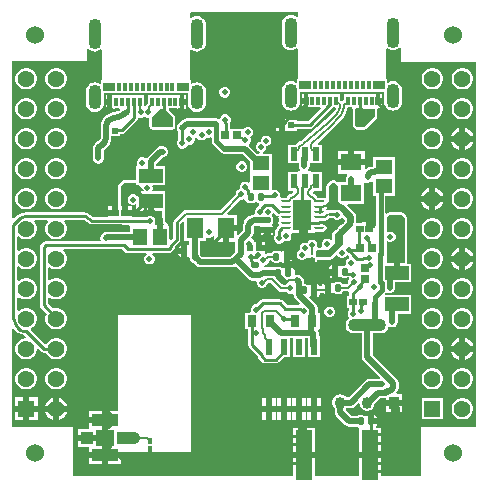
<source format=gbl>
G04*
G04 #@! TF.GenerationSoftware,Altium Limited,Altium Designer,22.11.1 (43)*
G04*
G04 Layer_Physical_Order=4*
G04 Layer_Color=16711680*
%FSLAX25Y25*%
%MOIN*%
G70*
G04*
G04 #@! TF.SameCoordinates,40CF40E7-FDA6-4BEF-B87F-FA6DAB628F73*
G04*
G04*
G04 #@! TF.FilePolarity,Positive*
G04*
G01*
G75*
%ADD10C,0.00787*%
%ADD14C,0.01000*%
%ADD16R,0.02756X0.02559*%
G04:AMPARAMS|DCode=17|XSize=23.62mil|YSize=21.26mil|CornerRadius=5.63mil|HoleSize=0mil|Usage=FLASHONLY|Rotation=180.000|XOffset=0mil|YOffset=0mil|HoleType=Round|Shape=RoundedRectangle|*
%AMROUNDEDRECTD17*
21,1,0.02362,0.00999,0,0,180.0*
21,1,0.01235,0.02126,0,0,180.0*
1,1,0.01127,-0.00618,0.00500*
1,1,0.01127,0.00618,0.00500*
1,1,0.01127,0.00618,-0.00500*
1,1,0.01127,-0.00618,-0.00500*
%
%ADD17ROUNDEDRECTD17*%
%ADD21R,0.05315X0.16535*%
%ADD30R,0.02029X0.01860*%
G04:AMPARAMS|DCode=41|XSize=23.62mil|YSize=21.26mil|CornerRadius=5.63mil|HoleSize=0mil|Usage=FLASHONLY|Rotation=270.000|XOffset=0mil|YOffset=0mil|HoleType=Round|Shape=RoundedRectangle|*
%AMROUNDEDRECTD41*
21,1,0.02362,0.00999,0,0,270.0*
21,1,0.01235,0.02126,0,0,270.0*
1,1,0.01127,-0.00500,-0.00618*
1,1,0.01127,-0.00500,0.00618*
1,1,0.01127,0.00500,0.00618*
1,1,0.01127,0.00500,-0.00618*
%
%ADD41ROUNDEDRECTD41*%
G04:AMPARAMS|DCode=69|XSize=43.31mil|YSize=102.36mil|CornerRadius=21.65mil|HoleSize=0mil|Usage=FLASHONLY|Rotation=0.000|XOffset=0mil|YOffset=0mil|HoleType=Round|Shape=RoundedRectangle|*
%AMROUNDEDRECTD69*
21,1,0.04331,0.05906,0,0,0.0*
21,1,0.00000,0.10236,0,0,0.0*
1,1,0.04331,0.00000,-0.02953*
1,1,0.04331,0.00000,-0.02953*
1,1,0.04331,0.00000,0.02953*
1,1,0.04331,0.00000,0.02953*
%
%ADD69ROUNDEDRECTD69*%
G04:AMPARAMS|DCode=70|XSize=43.31mil|YSize=82.68mil|CornerRadius=21.65mil|HoleSize=0mil|Usage=FLASHONLY|Rotation=0.000|XOffset=0mil|YOffset=0mil|HoleType=Round|Shape=RoundedRectangle|*
%AMROUNDEDRECTD70*
21,1,0.04331,0.03937,0,0,0.0*
21,1,0.00000,0.08268,0,0,0.0*
1,1,0.04331,0.00000,-0.01968*
1,1,0.04331,0.00000,-0.01968*
1,1,0.04331,0.00000,0.01968*
1,1,0.04331,0.00000,0.01968*
%
%ADD70ROUNDEDRECTD70*%
%ADD73C,0.01968*%
%ADD75C,0.00709*%
%ADD76C,0.00551*%
%ADD78C,0.00472*%
%ADD80C,0.01575*%
%ADD81C,0.03937*%
%ADD83C,0.05610*%
%ADD84R,0.05610X0.05610*%
%ADD85C,0.06000*%
%ADD86C,0.01968*%
%ADD87C,0.00811*%
%ADD88R,0.01822X0.02182*%
%ADD89R,0.03434X0.03954*%
G04:AMPARAMS|DCode=90|XSize=39.54mil|YSize=34.34mil|CornerRadius=17.17mil|HoleSize=0mil|Usage=FLASHONLY|Rotation=90.000|XOffset=0mil|YOffset=0mil|HoleType=Round|Shape=RoundedRectangle|*
%AMROUNDEDRECTD90*
21,1,0.03954,0.00000,0,0,90.0*
21,1,0.00520,0.03434,0,0,90.0*
1,1,0.03434,0.00000,0.00260*
1,1,0.03434,0.00000,-0.00260*
1,1,0.03434,0.00000,-0.00260*
1,1,0.03434,0.00000,0.00260*
%
%ADD90ROUNDEDRECTD90*%
G04:AMPARAMS|DCode=91|XSize=39.54mil|YSize=125.28mil|CornerRadius=17.2mil|HoleSize=0mil|Usage=FLASHONLY|Rotation=90.000|XOffset=0mil|YOffset=0mil|HoleType=Round|Shape=RoundedRectangle|*
%AMROUNDEDRECTD91*
21,1,0.03954,0.09088,0,0,90.0*
21,1,0.00514,0.12528,0,0,90.0*
1,1,0.03440,0.04544,0.00257*
1,1,0.03440,0.04544,-0.00257*
1,1,0.03440,-0.04544,-0.00257*
1,1,0.03440,-0.04544,0.00257*
%
%ADD91ROUNDEDRECTD91*%
%ADD92R,0.02165X0.01968*%
%ADD93R,0.03937X0.02756*%
%ADD94R,0.01181X0.02756*%
%ADD95R,0.02362X0.04724*%
%ADD96R,0.05733X0.04941*%
%ADD97R,0.05512X0.07087*%
%ADD98R,0.06496X0.10039*%
G04:AMPARAMS|DCode=99|XSize=33.06mil|YSize=8.76mil|CornerRadius=4.38mil|HoleSize=0mil|Usage=FLASHONLY|Rotation=180.000|XOffset=0mil|YOffset=0mil|HoleType=Round|Shape=RoundedRectangle|*
%AMROUNDEDRECTD99*
21,1,0.03306,0.00000,0,0,180.0*
21,1,0.02430,0.00876,0,0,180.0*
1,1,0.00876,-0.01215,0.00000*
1,1,0.00876,0.01215,0.00000*
1,1,0.00876,0.01215,0.00000*
1,1,0.00876,-0.01215,0.00000*
%
%ADD99ROUNDEDRECTD99*%
%ADD100R,0.03306X0.00876*%
%ADD101R,0.02681X0.02410*%
%ADD102R,0.02559X0.02756*%
%ADD103R,0.03150X0.03937*%
%ADD104R,0.07087X0.05512*%
%ADD105R,0.02362X0.05512*%
%ADD106R,0.07898X0.04941*%
%ADD107R,0.08000X0.04500*%
%ADD108R,0.00886X0.00591*%
%ADD109R,0.02598X0.02441*%
%ADD110R,0.08661X0.04134*%
%ADD111R,0.04134X0.03937*%
%ADD112R,0.04941X0.05733*%
%ADD113C,0.00866*%
G36*
X175575Y233382D02*
X175075Y233150D01*
X174639Y233485D01*
X173920Y233782D01*
X173150Y233884D01*
X172379Y233782D01*
X171660Y233485D01*
X171044Y233012D01*
X170570Y232395D01*
X170273Y231676D01*
X170171Y230906D01*
Y225000D01*
X170273Y224229D01*
X170570Y223511D01*
X171044Y222894D01*
X171660Y222421D01*
X172379Y222123D01*
X173150Y222022D01*
X173920Y222123D01*
X174639Y222421D01*
X175075Y222756D01*
X175575Y222524D01*
Y212677D01*
X175446Y212520D01*
X175197D01*
Y211535D01*
X174748Y211314D01*
X174639Y211398D01*
X173920Y211696D01*
X173150Y211797D01*
X172379Y211696D01*
X171660Y211398D01*
X171044Y210925D01*
X170570Y210308D01*
X170273Y209590D01*
X170171Y208819D01*
Y204882D01*
X170273Y204111D01*
X170570Y203393D01*
X171044Y202776D01*
X171660Y202303D01*
X172379Y202005D01*
X173150Y201904D01*
X173920Y202005D01*
X174639Y202303D01*
X175256Y202776D01*
X175729Y203393D01*
X176026Y204111D01*
X176128Y204882D01*
Y208189D01*
X204187D01*
Y204882D01*
X204289Y204111D01*
X204586Y203393D01*
X205059Y202776D01*
X205676Y202303D01*
X206395Y202005D01*
X207165Y201904D01*
X207936Y202005D01*
X208654Y202303D01*
X209271Y202776D01*
X209745Y203393D01*
X210042Y204111D01*
X210144Y204882D01*
Y208819D01*
X210042Y209590D01*
X209745Y210308D01*
X209271Y210925D01*
X208654Y211398D01*
X207936Y211696D01*
X207165Y211797D01*
X206395Y211696D01*
X205676Y211398D01*
X205567Y211314D01*
X205118Y211535D01*
Y212520D01*
X204869D01*
X204740Y212677D01*
Y222524D01*
X205240Y222756D01*
X205676Y222421D01*
X206395Y222123D01*
X207165Y222022D01*
X207936Y222123D01*
X208654Y222421D01*
X209271Y222894D01*
X209343Y222987D01*
X209842Y222817D01*
Y218504D01*
X210236Y218110D01*
X234908D01*
Y96457D01*
X216535D01*
Y80053D01*
X203264D01*
Y86008D01*
X195949D01*
Y80053D01*
X181020D01*
Y86008D01*
X173705D01*
Y80053D01*
X100394D01*
Y96457D01*
X80053D01*
Y129212D01*
X80553Y129382D01*
X81036Y128752D01*
X82162Y127888D01*
X83474Y127345D01*
X84224Y127246D01*
X84817Y126653D01*
X84625Y126191D01*
X84409D01*
X83495Y125946D01*
X82676Y125473D01*
X82007Y124804D01*
X81534Y123985D01*
X81289Y123071D01*
Y122125D01*
X81534Y121212D01*
X82007Y120393D01*
X82676Y119724D01*
X83495Y119251D01*
X84409Y119006D01*
X85355D01*
X86269Y119251D01*
X87088Y119724D01*
X87757Y120393D01*
X88230Y121212D01*
X88474Y122125D01*
Y122342D01*
X88936Y122533D01*
X89799Y121670D01*
X90225Y121386D01*
X90728Y121286D01*
X91514D01*
X91534Y121212D01*
X92007Y120393D01*
X92676Y119724D01*
X93495Y119251D01*
X94409Y119006D01*
X95355D01*
X96268Y119251D01*
X97088Y119724D01*
X97756Y120393D01*
X98229Y121212D01*
X98474Y122125D01*
Y123071D01*
X98229Y123985D01*
X97756Y124804D01*
X97088Y125473D01*
X96268Y125946D01*
X95355Y126191D01*
X94409D01*
X93495Y125946D01*
X92676Y125473D01*
X92007Y124804D01*
X91654Y124193D01*
X91122Y124105D01*
X91058Y124124D01*
X86382Y128800D01*
X86503Y129386D01*
X87088Y129724D01*
X87757Y130393D01*
X88230Y131212D01*
X88474Y132125D01*
Y133071D01*
X88230Y133985D01*
X87757Y134804D01*
X87088Y135473D01*
X86269Y135946D01*
X85355Y136191D01*
X84409D01*
X83495Y135946D01*
X82676Y135473D01*
X82353Y135150D01*
X81853Y135357D01*
Y136641D01*
X81853Y136641D01*
Y139370D01*
X83288D01*
X83495Y139251D01*
X84409Y139006D01*
X85355D01*
X86269Y139251D01*
X86475Y139370D01*
X86688D01*
X86659Y139476D01*
X87088Y139724D01*
X87757Y140392D01*
X88230Y141212D01*
X88474Y142125D01*
Y143071D01*
X88230Y143985D01*
X87757Y144804D01*
X87088Y145473D01*
X86269Y145946D01*
X85355Y146191D01*
X84409D01*
X83495Y145946D01*
X82676Y145473D01*
X82353Y145150D01*
X81853Y145357D01*
Y149840D01*
X82353Y150047D01*
X82676Y149724D01*
X83495Y149251D01*
X84409Y149006D01*
X85355D01*
X86269Y149251D01*
X87088Y149724D01*
X87757Y150392D01*
X88230Y151212D01*
X88474Y152125D01*
Y153071D01*
X88230Y153985D01*
X87757Y154804D01*
X87088Y155473D01*
X86269Y155946D01*
X85355Y156191D01*
X84409D01*
X83495Y155946D01*
X82676Y155473D01*
X82353Y155150D01*
X81853Y155357D01*
Y159840D01*
X82353Y160047D01*
X82676Y159724D01*
X83495Y159251D01*
X84409Y159006D01*
X85355D01*
X86269Y159251D01*
X87088Y159724D01*
X87757Y160392D01*
X88230Y161212D01*
X88474Y162125D01*
Y163071D01*
X88230Y163985D01*
X87757Y164804D01*
X87603Y164958D01*
X87794Y165420D01*
X91969D01*
X92160Y164958D01*
X92007Y164804D01*
X91534Y163985D01*
X91289Y163071D01*
Y162125D01*
X91534Y161212D01*
X92007Y160392D01*
X92676Y159724D01*
X93495Y159251D01*
X94409Y159006D01*
X95355D01*
X96268Y159251D01*
X97088Y159724D01*
X97756Y160392D01*
X98229Y161212D01*
X98474Y162125D01*
Y163071D01*
X98229Y163985D01*
X97756Y164804D01*
X97603Y164958D01*
X97794Y165420D01*
X104124D01*
X106238Y164189D01*
X106322Y164160D01*
X106396Y164111D01*
X106562Y164078D01*
X106722Y164023D01*
X106811Y164028D01*
X106898Y164011D01*
X114573Y164011D01*
X119261Y163939D01*
X119618Y163595D01*
Y161550D01*
X111692D01*
X111001Y161413D01*
X110415Y161021D01*
X110140Y160747D01*
X110041Y160599D01*
X109915Y160473D01*
X109847Y160309D01*
X109748Y160161D01*
X109714Y159986D01*
X109646Y159822D01*
Y159644D01*
X109611Y159469D01*
X109646Y159295D01*
Y159117D01*
X109714Y158952D01*
X109724Y158899D01*
X109516Y158526D01*
X109400Y158399D01*
X91363D01*
X90860Y158299D01*
X90434Y158015D01*
X89849Y157429D01*
X89564Y157003D01*
X89464Y156501D01*
Y138976D01*
Y137078D01*
X89564Y136575D01*
X89849Y136150D01*
X91709Y134289D01*
X91534Y133985D01*
X91289Y133071D01*
Y132125D01*
X91534Y131212D01*
X92007Y130393D01*
X92676Y129724D01*
X93495Y129251D01*
X94409Y129006D01*
X95355D01*
X96268Y129251D01*
X97088Y129724D01*
X97756Y130393D01*
X98229Y131212D01*
X98474Y132125D01*
Y133071D01*
X98229Y133985D01*
X97756Y134804D01*
X97088Y135473D01*
X96268Y135946D01*
X95355Y136191D01*
X94409D01*
X93708Y136003D01*
X92089Y137621D01*
Y139370D01*
X93288D01*
X93495Y139251D01*
X94409Y139006D01*
X95355D01*
X96268Y139251D01*
X96475Y139370D01*
X96688D01*
X96659Y139476D01*
X97088Y139724D01*
X97756Y140392D01*
X98229Y141212D01*
X98474Y142125D01*
Y143071D01*
X98229Y143985D01*
X97756Y144804D01*
X97088Y145473D01*
X96268Y145946D01*
X95355Y146191D01*
X94409D01*
X93495Y145946D01*
X92676Y145473D01*
X92551Y145348D01*
X92089Y145540D01*
Y149657D01*
X92551Y149848D01*
X92676Y149724D01*
X93495Y149251D01*
X94409Y149006D01*
X95355D01*
X96268Y149251D01*
X97088Y149724D01*
X97756Y150392D01*
X98229Y151212D01*
X98474Y152125D01*
Y153071D01*
X98229Y153985D01*
X97756Y154804D01*
X97287Y155274D01*
X97494Y155774D01*
X116878D01*
X117805Y154846D01*
X118231Y154562D01*
X118733Y154462D01*
X124917D01*
X125017Y153962D01*
X124981Y153947D01*
X124482Y153448D01*
X124213Y152797D01*
Y152093D01*
X124482Y151441D01*
X124981Y150943D01*
X125632Y150673D01*
X126337D01*
X126988Y150943D01*
X127486Y151441D01*
X127756Y152093D01*
Y152797D01*
X127486Y153448D01*
X126988Y153947D01*
X126952Y153962D01*
X127051Y154462D01*
X132386D01*
X132888Y154562D01*
X133314Y154846D01*
X134076Y155608D01*
X134360Y156034D01*
X134460Y156536D01*
Y156567D01*
X135934Y158040D01*
X136218Y158466D01*
X136318Y158969D01*
Y164160D01*
X137136Y164979D01*
X137599Y164787D01*
Y158369D01*
X139231D01*
Y157497D01*
X138818Y157240D01*
X138731Y157240D01*
X138652Y157256D01*
Y155144D01*
Y153031D01*
X138761Y153053D01*
X138779Y153065D01*
X139334Y152835D01*
X139369Y152662D01*
X139376Y152652D01*
X139473Y152163D01*
X139864Y151577D01*
X140451Y151186D01*
X140701Y151136D01*
X141637Y150199D01*
X142223Y149808D01*
X142914Y149670D01*
X153642D01*
X154333Y149808D01*
X154673Y150034D01*
X158813Y145894D01*
X159399Y145502D01*
X159975Y145388D01*
X160076Y145321D01*
X160603Y145216D01*
X161416D01*
X161809Y144858D01*
Y144153D01*
X162079Y143502D01*
X162577Y143003D01*
X163228Y142734D01*
X163933D01*
X164584Y143003D01*
X165083Y143502D01*
X165352Y144153D01*
Y144433D01*
X165503Y144584D01*
X166277D01*
X169010Y141851D01*
X169010Y141851D01*
X169400Y141590D01*
X169861Y141499D01*
X169861Y141499D01*
X171687D01*
X171985Y141201D01*
X172636Y140931D01*
X173341D01*
X173565Y141024D01*
X173981Y140746D01*
Y140650D01*
X174016Y140475D01*
Y140297D01*
X174084Y140133D01*
X174118Y139958D01*
X174217Y139810D01*
X174285Y139646D01*
X174411Y139520D01*
X174510Y139372D01*
X176145Y137738D01*
X175937Y137238D01*
X171803D01*
X170359Y138683D01*
X169933Y138967D01*
X169430Y139067D01*
X163712D01*
X163210Y138967D01*
X162784Y138683D01*
X161532Y137431D01*
X161265D01*
X160614Y137161D01*
X160115Y136663D01*
X159845Y136012D01*
Y135307D01*
X159940Y135078D01*
X159662Y134662D01*
X157873D01*
Y129151D01*
X158923D01*
Y123733D01*
X159022Y123231D01*
X159307Y122805D01*
X162049Y120063D01*
Y120032D01*
X162149Y119530D01*
X162433Y119104D01*
X163470Y118068D01*
X163895Y117783D01*
X164398Y117683D01*
X168087D01*
X168589Y117783D01*
X169015Y118068D01*
X170730Y119783D01*
X172811D01*
Y126061D01*
X173874D01*
Y119783D01*
X177811D01*
Y126061D01*
X178839D01*
Y123524D01*
X178874Y123349D01*
Y119783D01*
X182811D01*
Y126870D01*
X182452D01*
Y127867D01*
X182315Y128558D01*
X182253Y128651D01*
X182520Y129151D01*
X182693D01*
Y134662D01*
X182121D01*
Y136122D01*
X181984Y136813D01*
X181592Y137399D01*
X179252Y139740D01*
X179570Y140128D01*
X179856Y139937D01*
X179966Y139915D01*
Y142028D01*
Y144140D01*
X179856Y144118D01*
X179339Y143772D01*
X178765Y143812D01*
X178607Y143918D01*
X178080Y144023D01*
X177594D01*
Y144882D01*
X177456Y145573D01*
X177065Y146159D01*
X176474Y146750D01*
X176326Y146849D01*
X176200Y146974D01*
X176036Y147042D01*
X175888Y147141D01*
X175714Y147176D01*
X175549Y147244D01*
X175371D01*
X175197Y147279D01*
X175022Y147244D01*
X174845D01*
X174479Y147465D01*
X174377Y147611D01*
Y148416D01*
X174256Y149026D01*
X173910Y149543D01*
X173393Y149889D01*
X173283Y149910D01*
Y147798D01*
X171283D01*
Y149910D01*
X171174Y149889D01*
X170657Y149543D01*
X170082Y149583D01*
X169924Y149688D01*
X169397Y149793D01*
X168398D01*
X168293Y149772D01*
X164390D01*
X164301Y150235D01*
X164952Y150505D01*
X165450Y151003D01*
X165720Y151654D01*
Y151756D01*
X166008Y152044D01*
X166555D01*
X166814Y151656D01*
X167261Y151358D01*
X167788Y151253D01*
X168787D01*
X169314Y151358D01*
X169472Y151463D01*
X170046Y151503D01*
X170564Y151158D01*
X170673Y151136D01*
Y153248D01*
Y155360D01*
X170564Y155338D01*
X170046Y154993D01*
X169472Y155033D01*
X169314Y155138D01*
X168787Y155243D01*
X167788D01*
X167261Y155138D01*
X166814Y154840D01*
X166555Y154452D01*
X165509D01*
X165048Y154361D01*
X164909Y154267D01*
X164444Y154558D01*
Y155282D01*
X162430D01*
Y156282D01*
X161430D01*
Y158212D01*
X160931D01*
X160741Y158670D01*
X160243Y159169D01*
X160049Y159249D01*
X159951Y159739D01*
X160189Y159977D01*
X160581Y160563D01*
X160718Y161254D01*
Y162727D01*
X160728Y163198D01*
X160734Y163213D01*
X160996Y163572D01*
X161248Y163677D01*
X161301Y163666D01*
X162786D01*
X163043Y163253D01*
X163043Y163166D01*
X163027Y163087D01*
X165139D01*
X167252D01*
X167230Y163196D01*
X166884Y163713D01*
X166924Y164288D01*
X167030Y164446D01*
X167134Y164973D01*
Y165972D01*
X167030Y166499D01*
X166731Y166946D01*
X166708Y167182D01*
X166842Y167316D01*
X167011Y167725D01*
X167573Y167870D01*
X168180Y167264D01*
X168606Y166979D01*
X169026Y166896D01*
X168931Y166420D01*
X169026Y165942D01*
X169296Y165534D01*
X169026Y165127D01*
X168931Y164649D01*
X169026Y164171D01*
X169295Y163763D01*
X168980Y163409D01*
X168335Y162763D01*
X168050Y162338D01*
X167950Y161835D01*
Y160668D01*
X167688Y160405D01*
X167418Y159754D01*
Y159049D01*
X167688Y158398D01*
X168186Y157899D01*
X168837Y157630D01*
X169542D01*
X170193Y157899D01*
X170692Y158398D01*
X170757Y158555D01*
X171195Y158374D01*
X171899D01*
X172551Y158644D01*
X173049Y159142D01*
X173319Y159793D01*
Y160498D01*
X173199Y160786D01*
X173533Y161286D01*
X175969D01*
Y167306D01*
X177969D01*
Y161286D01*
X181217D01*
Y161538D01*
X181326Y161628D01*
X183756D01*
X184234Y161723D01*
X184640Y161994D01*
X184911Y162399D01*
X185006Y162877D01*
X184911Y163355D01*
X184781Y163550D01*
X184793Y163612D01*
X184898Y163768D01*
X184715Y163649D01*
X184640Y163761D01*
X184235Y164031D01*
X183756Y164127D01*
X182541D01*
Y165171D01*
X183756D01*
X184235Y165266D01*
X184268Y165288D01*
X184661D01*
X185012Y165358D01*
X185111Y165210D01*
X185176Y164884D01*
X185106Y165377D01*
X185484Y165629D01*
X185950Y166095D01*
X187163D01*
X187559Y165700D01*
X188210Y165430D01*
X188915D01*
X189566Y165700D01*
X189912Y166046D01*
X190535Y166129D01*
X190980Y165684D01*
X191066Y165201D01*
X190892Y164941D01*
X190885Y164907D01*
X190690Y164436D01*
X190395Y164140D01*
X189924Y163945D01*
X189890Y163939D01*
X189629Y163765D01*
X188953Y163089D01*
X188805Y162990D01*
X188093Y162277D01*
X187994Y162129D01*
X187868Y162004D01*
X187868Y162004D01*
X187132Y161268D01*
X186958Y161007D01*
X186897Y160700D01*
Y159013D01*
X186397Y158806D01*
X186187Y159017D01*
X185535Y159287D01*
X184831D01*
X184179Y159017D01*
X183681Y158519D01*
X183411Y157868D01*
Y157163D01*
X183560Y156803D01*
X183237Y156303D01*
X182219D01*
X181941Y156719D01*
X181988Y156833D01*
Y157537D01*
X181719Y158189D01*
X181220Y158687D01*
X180569Y158957D01*
X179864D01*
X179213Y158687D01*
X178715Y158189D01*
X178563Y157823D01*
X178145Y157996D01*
X177440D01*
X176789Y157726D01*
X176290Y157228D01*
X176021Y156577D01*
Y155872D01*
X176141Y155581D01*
X175829Y155452D01*
X175330Y154954D01*
X175060Y154303D01*
Y153598D01*
X175330Y152947D01*
X175829Y152448D01*
X176480Y152179D01*
X177184D01*
X177836Y152448D01*
X178334Y152947D01*
X178375Y153046D01*
X178875Y152946D01*
Y151463D01*
X179318D01*
Y152759D01*
X181105D01*
X181318Y152546D01*
Y151463D01*
X181761D01*
Y152183D01*
X181900Y152297D01*
X186200D01*
X186507Y152358D01*
X186768Y152532D01*
X188120Y153884D01*
X188610Y153787D01*
X188665Y153654D01*
X189164Y153156D01*
X189815Y152886D01*
X190520D01*
X191171Y153156D01*
X191669Y153654D01*
X191755Y153861D01*
X192252Y153755D01*
X192510Y153370D01*
X192516Y153364D01*
X192398Y152775D01*
X192127Y152662D01*
X191629Y152164D01*
X191359Y151513D01*
Y150808D01*
X191402Y150704D01*
X191125Y150288D01*
X190603D01*
X190076Y150183D01*
X189918Y150078D01*
X189343Y150038D01*
X188826Y150384D01*
X188717Y150405D01*
Y148293D01*
Y146181D01*
X188826Y146203D01*
X189343Y146548D01*
X189918Y146508D01*
X190076Y146403D01*
X190603Y146298D01*
X191602D01*
X191805Y146339D01*
X192393D01*
X192462Y146172D01*
X192735Y145899D01*
X192549Y145712D01*
X192279Y145061D01*
Y144583D01*
X191773Y144078D01*
X190569D01*
X190330Y144435D01*
X189883Y144734D01*
X189357Y144838D01*
X188357D01*
X187830Y144734D01*
X187672Y144628D01*
X187098Y144588D01*
X186581Y144934D01*
X186471Y144956D01*
Y142843D01*
Y140731D01*
X186581Y140753D01*
X187098Y141098D01*
X187672Y141059D01*
X187830Y140953D01*
X188357Y140848D01*
X189357D01*
X189883Y140953D01*
X190330Y141252D01*
X190629Y141699D01*
X190639Y141749D01*
X192255D01*
X192659Y141320D01*
X192622Y141134D01*
Y140181D01*
X191807D01*
Y136197D01*
X192549D01*
Y135585D01*
X192286Y135322D01*
X192016Y134671D01*
Y133966D01*
X192286Y133315D01*
X192389Y133212D01*
X192340Y132714D01*
X192214Y132630D01*
X191660Y131801D01*
X191465Y130822D01*
Y130308D01*
X191660Y129330D01*
X192214Y128501D01*
X193044Y127946D01*
X194022Y127752D01*
X196816D01*
Y119882D01*
X196816Y119882D01*
X196953Y119191D01*
X197345Y118605D01*
X202968Y112982D01*
X202776Y112520D01*
X199296D01*
X198605Y112382D01*
X198019Y111991D01*
X192455Y106427D01*
X191529D01*
X191356Y106686D01*
X190527Y107240D01*
X189550Y107434D01*
X188573Y107240D01*
X187745Y106686D01*
X187191Y105858D01*
X186997Y104881D01*
Y104360D01*
X187191Y103383D01*
X187744Y102556D01*
Y101394D01*
X187882Y100703D01*
X188273Y100117D01*
X191242Y97148D01*
X191828Y96756D01*
X192520Y96619D01*
X192521Y96619D01*
X195187D01*
X195312Y96535D01*
X195538Y96490D01*
X195949Y96276D01*
Y88008D01*
X203264D01*
Y96276D01*
X201636D01*
X201526Y96433D01*
X201415Y96776D01*
X201697Y97198D01*
X201742Y97425D01*
X199724D01*
Y98425D01*
X198724D01*
Y100538D01*
X198615Y100516D01*
X198098Y100170D01*
X197523Y100210D01*
X197365Y100315D01*
X196838Y100420D01*
X195839D01*
X195312Y100315D01*
X195187Y100232D01*
X193268D01*
X191357Y102143D01*
Y102556D01*
X191529Y102814D01*
X193203D01*
X193895Y102952D01*
X194481Y103343D01*
X195553Y104415D01*
X196045Y104200D01*
X196207Y103383D01*
X196761Y102555D01*
X197589Y102002D01*
X198566Y101807D01*
X199543Y102002D01*
X200371Y102555D01*
X200925Y103383D01*
X201119Y104360D01*
Y104483D01*
X202775Y106139D01*
X204689D01*
X204865Y105994D01*
Y105621D01*
X207582D01*
X210299D01*
Y107598D01*
X208444D01*
X208253Y108060D01*
X208533Y108340D01*
X208925Y108926D01*
X209062Y109617D01*
Y111248D01*
X208925Y111939D01*
X208533Y112525D01*
X200428Y120630D01*
Y127752D01*
X203110D01*
X204088Y127946D01*
X204918Y128501D01*
X205472Y129330D01*
X205534Y129640D01*
X205610Y129717D01*
X205938Y129873D01*
X206095Y129897D01*
X206199Y129827D01*
X206373Y129792D01*
X206537Y129724D01*
X206715D01*
X206890Y129690D01*
X207064Y129724D01*
X207242D01*
X207406Y129792D01*
X207581Y129827D01*
X207729Y129926D01*
X207893Y129994D01*
X208019Y130120D01*
X208167Y130219D01*
X208266Y130367D01*
X208392Y130492D01*
X208460Y130657D01*
X208559Y130805D01*
X208593Y130979D01*
X208661Y131144D01*
Y131322D01*
X208696Y131496D01*
Y134331D01*
X213330D01*
Y140406D01*
X204717D01*
X204526Y140867D01*
X204568Y140910D01*
X204568Y140910D01*
X204662Y141051D01*
X204987Y141397D01*
X205313Y141244D01*
X205487Y141210D01*
X205651Y141142D01*
X205829D01*
X206004Y141107D01*
X206178Y141142D01*
X206356D01*
X206521Y141210D01*
X206695Y141244D01*
X206843Y141343D01*
X207008Y141411D01*
X207133Y141537D01*
X207281Y141636D01*
X207380Y141784D01*
X207506Y141910D01*
X207574Y142074D01*
X207673Y142222D01*
X207708Y142397D01*
X207776Y142561D01*
Y142739D01*
X207810Y142913D01*
Y144831D01*
X213330D01*
Y150906D01*
X211977D01*
X211803Y151118D01*
Y166300D01*
X211742Y166607D01*
X211568Y166868D01*
X211568Y166868D01*
X210668Y167768D01*
X210407Y167942D01*
X210100Y168003D01*
X205800D01*
X205493Y167942D01*
X205232Y167768D01*
X205089Y167624D01*
X204627Y167816D01*
Y173511D01*
X207689D01*
Y180013D01*
Y186528D01*
X200381D01*
Y183309D01*
X200371Y183302D01*
X199874D01*
X199182Y183165D01*
X198596Y182773D01*
X198312Y182489D01*
X197850Y182681D01*
Y183708D01*
X193307D01*
X188764D01*
Y180952D01*
X191814D01*
X191962Y180706D01*
X191992Y180452D01*
X191931Y180411D01*
X191832Y180263D01*
X191707Y180137D01*
X191639Y179973D01*
X191540Y179825D01*
X191505Y179651D01*
X191437Y179486D01*
Y179308D01*
X191402Y179134D01*
Y178015D01*
X188976D01*
X188976Y178015D01*
Y178015D01*
X188543Y178192D01*
X188268Y178468D01*
X188007Y178642D01*
X187700Y178703D01*
X186800D01*
X186493Y178642D01*
X186232Y178468D01*
X186232Y178468D01*
X185232Y177468D01*
X185058Y177207D01*
X184997Y176900D01*
Y173454D01*
X184982Y172960D01*
X182774D01*
X182290Y172995D01*
X181916Y173290D01*
X181622Y173731D01*
X180977Y174161D01*
X180619Y174232D01*
X180593Y174244D01*
X180504Y174397D01*
X180386Y174744D01*
X180755Y175295D01*
X183465D01*
Y181594D01*
X179937D01*
Y181807D01*
X179138D01*
X179065Y181898D01*
X178916Y182307D01*
X178935Y182335D01*
X179061Y182461D01*
X179129Y182625D01*
X179228Y182773D01*
X179263Y182948D01*
X179331Y183112D01*
Y183290D01*
X179365Y183465D01*
Y184350D01*
X183465D01*
Y190650D01*
X182204D01*
X182019Y191114D01*
X187172Y196013D01*
X187181Y196026D01*
X187194Y196034D01*
X189630Y198471D01*
X189992Y198816D01*
X189992Y198816D01*
X190904Y199927D01*
X191582Y201195D01*
X191999Y202570D01*
X192048Y203071D01*
X193413D01*
X193542Y202915D01*
X193727Y202571D01*
X193685Y202362D01*
Y197244D01*
X193685Y197244D01*
X193746Y196937D01*
X193921Y196676D01*
X193921Y196676D01*
X194708Y195889D01*
X194968Y195715D01*
X195276Y195654D01*
X197638D01*
X197638Y195654D01*
X197945Y195715D01*
X198205Y195889D01*
X198205Y195889D01*
X201749Y199432D01*
X201923Y199693D01*
X201984Y200000D01*
Y202362D01*
X202352Y202858D01*
X203559D01*
Y204236D01*
X201969D01*
Y205236D01*
X201378D01*
Y207402D01*
X200969D01*
Y207614D01*
X200378D01*
Y207402D01*
X190748D01*
Y205434D01*
X190321Y205149D01*
X189895Y205328D01*
X189568Y205546D01*
X189567Y205547D01*
Y207402D01*
X179937D01*
Y207614D01*
X179347D01*
Y207402D01*
X178937D01*
Y205236D01*
Y203071D01*
X179347D01*
Y202858D01*
X179937D01*
Y203071D01*
X182829D01*
X183021Y202609D01*
X178814Y198402D01*
X175000D01*
Y198861D01*
X172260D01*
Y199074D01*
X171177D01*
Y197090D01*
Y195105D01*
X172260D01*
Y195318D01*
X175000D01*
Y195777D01*
X179358D01*
X179860Y195877D01*
X180286Y196161D01*
X186919Y202794D01*
X187020Y202945D01*
X187058Y202984D01*
X187116Y203071D01*
X187814D01*
X188092Y202655D01*
X187908Y202211D01*
X187631Y201850D01*
X187337Y201472D01*
X184628Y198764D01*
X176966Y192112D01*
X176575Y191849D01*
D01*
X175814Y191698D01*
X175170Y191267D01*
X174757Y190650D01*
X172047D01*
Y184350D01*
X175753D01*
Y183465D01*
X175787Y183290D01*
Y183112D01*
X175856Y182948D01*
X175890Y182773D01*
X175989Y182625D01*
X176057Y182461D01*
X176183Y182335D01*
X176202Y182307D01*
X176053Y181898D01*
X175980Y181807D01*
X175575D01*
Y181594D01*
X172047D01*
Y175295D01*
X173743D01*
X173950Y174795D01*
X173437Y174282D01*
X173318Y174232D01*
X172960Y174161D01*
X172316Y173731D01*
X171885Y173086D01*
X171876Y173041D01*
X171594Y172985D01*
X170181D01*
X169943Y172937D01*
X169572Y173348D01*
Y174052D01*
X169302Y174704D01*
X168804Y175202D01*
X168152Y175472D01*
X167448D01*
X167215Y175375D01*
X166715Y175709D01*
Y181145D01*
Y187660D01*
X163809D01*
X163709Y188160D01*
X164192Y188360D01*
X164691Y188859D01*
X164961Y189510D01*
Y190111D01*
X165215D01*
X165866Y190381D01*
X166364Y190879D01*
X166634Y191531D01*
Y192235D01*
X166364Y192887D01*
X165866Y193385D01*
X165215Y193655D01*
X164510D01*
X163859Y193385D01*
X163360Y192887D01*
X163091Y192235D01*
Y191634D01*
X162837D01*
X162185Y191364D01*
X161687Y190866D01*
X161417Y190215D01*
Y189510D01*
X161687Y188859D01*
X162185Y188360D01*
X162669Y188160D01*
X162569Y187660D01*
X161962D01*
X159314Y190308D01*
X159089Y190533D01*
X159327Y190975D01*
X159474Y191122D01*
X159744Y191774D01*
Y192478D01*
X159498Y193073D01*
X159763Y193183D01*
X160262Y193682D01*
X160531Y194333D01*
Y195037D01*
X160262Y195689D01*
X159763Y196187D01*
X159112Y196457D01*
X158407D01*
X157756Y196187D01*
X157585Y196016D01*
X157188Y195768D01*
X152900D01*
Y196754D01*
X152879Y196856D01*
X152883Y196960D01*
X152734Y197895D01*
X152745Y197906D01*
X153015Y198557D01*
Y199262D01*
X152745Y199913D01*
X152247Y200411D01*
X151596Y200681D01*
X150891D01*
X150240Y200411D01*
X149742Y199913D01*
X149581Y199525D01*
X149015Y199308D01*
X148992Y199310D01*
X148317Y199444D01*
X138386D01*
X137695Y199307D01*
X137109Y198915D01*
X135632Y197439D01*
X135241Y196853D01*
X135103Y196161D01*
X135241Y195470D01*
X135597Y194937D01*
Y192271D01*
X135353Y192027D01*
X135083Y191376D01*
Y190671D01*
X135353Y190020D01*
X135851Y189522D01*
X136503Y189252D01*
X137207D01*
X137858Y189522D01*
X138357Y190020D01*
X138477Y190310D01*
X138966Y190649D01*
X139671D01*
X140322Y190919D01*
X140820Y191417D01*
X141090Y192068D01*
Y192746D01*
X141216Y192862D01*
X141509Y193067D01*
X141919Y192916D01*
X141980Y192771D01*
X142478Y192272D01*
X143129Y192003D01*
X143834D01*
X144485Y192272D01*
X144983Y192771D01*
X145120Y193100D01*
X145393Y192987D01*
X146098D01*
X146296Y193069D01*
X146711Y192791D01*
Y191764D01*
X146711Y191764D01*
X146834Y191149D01*
X147182Y190628D01*
X149689Y188120D01*
X150210Y187773D01*
X150825Y187650D01*
X150869D01*
X150963Y187587D01*
X151655Y187450D01*
X157063D01*
X159407Y185106D01*
Y181145D01*
Y178205D01*
X158907Y177998D01*
X158904Y178002D01*
X158252Y178272D01*
X157548D01*
X156896Y178002D01*
X156398Y177504D01*
X156128Y176852D01*
Y176148D01*
X155796Y175643D01*
X155492Y175518D01*
X154994Y175019D01*
X154724Y174368D01*
Y173947D01*
X149587Y168810D01*
X138060D01*
X137600Y168718D01*
X137209Y168457D01*
X137209Y168457D01*
X134188Y165436D01*
X134085Y165282D01*
X134077Y165277D01*
X133793Y164851D01*
X133693Y164349D01*
Y159512D01*
X133097Y158916D01*
X132635Y159108D01*
Y163595D01*
X132270D01*
X132095Y163807D01*
X132034Y164115D01*
X131860Y164375D01*
X131860Y164375D01*
X131184Y165052D01*
Y165893D01*
X131103Y166298D01*
Y168377D01*
X131071Y168537D01*
X131115Y168590D01*
X131115D01*
Y175106D01*
X127266D01*
X126988Y175521D01*
X127067Y175710D01*
Y176415D01*
X126972Y176644D01*
X127250Y177060D01*
X131115D01*
Y183575D01*
X128184D01*
Y184291D01*
X130374Y186481D01*
X130413D01*
X130588Y186516D01*
X130766D01*
X130930Y186584D01*
X131105Y186618D01*
X131253Y186717D01*
X131417Y186785D01*
X131543Y186911D01*
X131691Y187010D01*
X131790Y187158D01*
X131915Y187284D01*
X131983Y187448D01*
X132082Y187596D01*
X132117Y187771D01*
X132185Y187935D01*
Y188113D01*
X132220Y188287D01*
X132185Y188462D01*
Y188640D01*
X132117Y188804D01*
X132082Y188979D01*
X131983Y189127D01*
X131915Y189291D01*
X131790Y189417D01*
X131691Y189565D01*
X131543Y189664D01*
X131417Y189789D01*
X131253Y189857D01*
X131105Y189956D01*
X130930Y189991D01*
X130766Y190059D01*
X130588D01*
X130413Y190094D01*
X129626D01*
X128935Y189956D01*
X128349Y189565D01*
X125101Y186317D01*
X124966Y186115D01*
X124552Y186074D01*
X123901Y186344D01*
X123196D01*
X122545Y186074D01*
X122047Y185575D01*
X121777Y184924D01*
Y184220D01*
X121890Y183947D01*
X121641Y183575D01*
X121641D01*
Y178919D01*
X121500Y178803D01*
X118165D01*
X118107Y178842D01*
X117800Y178903D01*
X117493Y178842D01*
X117232Y178668D01*
X115832Y177268D01*
X115658Y177007D01*
X115597Y176700D01*
Y170064D01*
X115518D01*
Y167844D01*
X114518D01*
Y166844D01*
X112219D01*
Y166636D01*
X107253Y166636D01*
X105138Y167867D01*
X105054Y167896D01*
X104980Y167945D01*
X104814Y167978D01*
X104654Y168033D01*
X104565Y168028D01*
X104478Y168045D01*
X85712D01*
X85648Y168032D01*
X85195Y168077D01*
X83959Y167955D01*
X83496Y167815D01*
X83028Y167678D01*
X83028Y167678D01*
X83028Y167678D01*
X82972Y167667D01*
X82881Y167606D01*
X82162Y167309D01*
X81036Y166444D01*
X80753Y166076D01*
X80492Y166042D01*
X80415Y166039D01*
X80053Y166373D01*
Y218504D01*
X105118D01*
Y222424D01*
X105618Y222593D01*
X105689Y222500D01*
X106306Y222027D01*
X107025Y221730D01*
X107795Y221628D01*
X108566Y221730D01*
X109284Y222027D01*
X109721Y222362D01*
X110221Y222130D01*
Y212283D01*
X110091Y212126D01*
X109843D01*
Y211141D01*
X109394Y210920D01*
X109284Y211004D01*
X108566Y211302D01*
X107795Y211403D01*
X107025Y211302D01*
X106306Y211004D01*
X105689Y210531D01*
X105216Y209914D01*
X104919Y209196D01*
X104817Y208425D01*
Y204488D01*
X104919Y203717D01*
X105216Y202999D01*
X105689Y202382D01*
X106306Y201909D01*
X107025Y201611D01*
X107795Y201510D01*
X108566Y201611D01*
X109284Y201909D01*
X109901Y202382D01*
X110374Y202999D01*
X110672Y203717D01*
X110774Y204488D01*
Y207795D01*
X138833D01*
Y204488D01*
X138934Y203717D01*
X139232Y202999D01*
X139705Y202382D01*
X140322Y201909D01*
X141040Y201611D01*
X141811Y201510D01*
X142582Y201611D01*
X143300Y201909D01*
X143917Y202382D01*
X144390Y202999D01*
X144688Y203717D01*
X144789Y204488D01*
Y208425D01*
X144688Y209196D01*
X144390Y209914D01*
X143917Y210531D01*
X143300Y211004D01*
X142582Y211302D01*
X141811Y211403D01*
X141040Y211302D01*
X140322Y211004D01*
X140212Y210920D01*
X139764Y211141D01*
Y212126D01*
X139515D01*
X139385Y212283D01*
Y222130D01*
X139885Y222362D01*
X140322Y222027D01*
X141040Y221730D01*
X141811Y221628D01*
X142582Y221730D01*
X143300Y222027D01*
X143917Y222500D01*
X144390Y223117D01*
X144688Y223835D01*
X144789Y224606D01*
Y230512D01*
X144688Y231283D01*
X144390Y232001D01*
X143917Y232618D01*
X143300Y233091D01*
X142582Y233389D01*
X141811Y233490D01*
X141040Y233389D01*
X140322Y233091D01*
X139885Y232756D01*
X139385Y232988D01*
Y234527D01*
X139820Y234908D01*
X175575D01*
Y233382D01*
D02*
G37*
G36*
X197244Y202362D02*
X201181D01*
Y200000D01*
X197638Y196457D01*
X195276D01*
X194488Y197244D01*
Y202362D01*
X194984Y202858D01*
X197244D01*
Y202362D01*
D02*
G37*
G36*
X200282Y178226D02*
X200381Y178148D01*
Y173511D01*
X201416D01*
Y164803D01*
X200293D01*
Y162598D01*
X198293D01*
Y164803D01*
X196952D01*
Y164591D01*
X195233D01*
X194917Y164997D01*
Y166628D01*
X194903Y166697D01*
Y167000D01*
X194842Y167307D01*
X194668Y167568D01*
X194668Y167568D01*
X194503Y167732D01*
X194387Y167905D01*
X191827Y170466D01*
X192018Y170928D01*
X197638D01*
Y177714D01*
X197640Y177717D01*
X197785Y177844D01*
X198129Y178036D01*
X198204Y178021D01*
X198368Y177953D01*
X198546D01*
X198721Y177918D01*
X198895Y177953D01*
X199073D01*
X199237Y178021D01*
X199412Y178056D01*
X199560Y178154D01*
X199724Y178223D01*
X199850Y178348D01*
X199881Y178369D01*
X200282Y178226D01*
D02*
G37*
G36*
X117900Y178000D02*
X121500D01*
X121641Y177859D01*
Y177060D01*
X122440D01*
X124182Y175318D01*
X121429D01*
Y173766D01*
X120825Y174016D01*
X120120D01*
X119469Y173746D01*
X118971Y173248D01*
X118701Y172597D01*
Y171892D01*
X118971Y171240D01*
X119469Y170742D01*
X120120Y170472D01*
X120825D01*
X121429Y170723D01*
Y168377D01*
X125378D01*
Y171848D01*
X127378D01*
Y168377D01*
X130300D01*
Y164800D01*
X131292Y163807D01*
X130377D01*
Y159941D01*
X128377D01*
Y163807D01*
X127378D01*
X127712Y164141D01*
X127981Y164793D01*
Y165497D01*
X127712Y166148D01*
X127213Y166647D01*
X126562Y166917D01*
X125857D01*
X125206Y166647D01*
X125035Y166476D01*
X120203Y166550D01*
Y166844D01*
X117904D01*
Y167844D01*
X116904D01*
Y170064D01*
X116400D01*
Y176700D01*
X117800Y178100D01*
X117900Y178000D01*
D02*
G37*
G36*
X157556Y172488D02*
X157983Y172290D01*
X158051Y171947D01*
X158350Y171500D01*
X158796Y171201D01*
X159323Y171097D01*
X160323D01*
X160850Y171201D01*
X161296Y171500D01*
X161735D01*
X162182Y171201D01*
X162387Y171161D01*
X162551Y170618D01*
X162129Y170196D01*
X161845Y169770D01*
X161838Y169738D01*
X161370Y169269D01*
X161100Y168618D01*
Y167913D01*
X161161Y167766D01*
X160846Y167220D01*
X160212Y167137D01*
X159197Y166717D01*
X158326Y166048D01*
X157658Y165177D01*
X157350Y164434D01*
X157238Y164163D01*
X157238Y164162D01*
X157201Y163964D01*
X157163Y163838D01*
X157146Y163663D01*
X157106Y163354D01*
Y162003D01*
X155596Y160493D01*
X155134Y160684D01*
Y161700D01*
X152378D01*
Y158156D01*
X154591D01*
Y154981D01*
X152893Y153283D01*
X143663D01*
X142948Y153997D01*
Y154921D01*
X142914Y155090D01*
Y155761D01*
X142844Y156116D01*
Y158369D01*
X144685D01*
Y159353D01*
X145185Y159687D01*
X145349Y159619D01*
X146054D01*
X146705Y159889D01*
X147122Y160306D01*
X147507Y160217D01*
X147622Y160153D01*
Y158156D01*
X150378D01*
Y162700D01*
X151378D01*
Y163700D01*
X155134D01*
Y167243D01*
X152080D01*
X151888Y167705D01*
X156428Y172244D01*
X156849D01*
X157446Y172492D01*
X157556Y172488D01*
D02*
G37*
G36*
X211000Y166300D02*
Y151118D01*
X209542D01*
Y147868D01*
X207542D01*
Y151118D01*
X205000D01*
Y158636D01*
X205296Y158341D01*
X205947Y158071D01*
X206652D01*
X207303Y158341D01*
X207801Y158839D01*
X208071Y159490D01*
Y160195D01*
X207801Y160846D01*
X207303Y161345D01*
X206652Y161614D01*
X205947D01*
X205296Y161345D01*
X205000Y161049D01*
Y166400D01*
X205800Y167200D01*
X210100D01*
X211000Y166300D01*
D02*
G37*
G36*
X188900Y176700D02*
Y172200D01*
X188976Y172124D01*
Y170928D01*
X190172D01*
X194100Y167000D01*
Y164591D01*
X193893D01*
Y163693D01*
X190500Y160300D01*
Y157400D01*
X189327Y156227D01*
X189164Y156159D01*
X188665Y155661D01*
X188598Y155498D01*
X186200Y153100D01*
X181900D01*
X181548Y153452D01*
Y155219D01*
X181482D01*
Y155282D01*
X181700Y155500D01*
X185800D01*
X187700Y157400D01*
Y160700D01*
X190197Y163197D01*
X190215D01*
X190866Y163467D01*
X191364Y163965D01*
X191634Y164616D01*
Y164634D01*
X191900Y164900D01*
Y165900D01*
X190334Y167466D01*
Y167554D01*
X190064Y168205D01*
X189566Y168704D01*
X188915Y168973D01*
X188827D01*
X188800Y169000D01*
X185400D01*
X185118Y168718D01*
X185111Y168753D01*
X184894Y169078D01*
X185111Y169403D01*
X185222Y169964D01*
X185111Y170525D01*
X184982Y170718D01*
Y170782D01*
X185800Y171600D01*
Y176900D01*
X186800Y177900D01*
X187700D01*
X188900Y176700D01*
D02*
G37*
%LPC*%
G36*
X230788Y216191D02*
X229842D01*
X228928Y215946D01*
X228109Y215473D01*
X227440Y214804D01*
X226967Y213985D01*
X226723Y213071D01*
Y212125D01*
X226967Y211212D01*
X227440Y210392D01*
X228109Y209724D01*
X228928Y209251D01*
X229842Y209006D01*
X230788D01*
X231702Y209251D01*
X232521Y209724D01*
X233190Y210392D01*
X233663Y211212D01*
X233908Y212125D01*
Y213071D01*
X233663Y213985D01*
X233190Y214804D01*
X232521Y215473D01*
X231702Y215946D01*
X230788Y216191D01*
D02*
G37*
G36*
X220788D02*
X219842D01*
X218928Y215946D01*
X218109Y215473D01*
X217440Y214804D01*
X216967Y213985D01*
X216722Y213071D01*
Y212125D01*
X216967Y211212D01*
X217440Y210392D01*
X218109Y209724D01*
X218928Y209251D01*
X219842Y209006D01*
X220788D01*
X221702Y209251D01*
X222521Y209724D01*
X223190Y210392D01*
X223663Y211212D01*
X223907Y212125D01*
Y213071D01*
X223663Y213985D01*
X223190Y214804D01*
X222521Y215473D01*
X221702Y215946D01*
X220788Y216191D01*
D02*
G37*
G36*
X95355D02*
X94409D01*
X93495Y215946D01*
X92676Y215473D01*
X92007Y214804D01*
X91534Y213985D01*
X91289Y213071D01*
Y212125D01*
X91534Y211212D01*
X92007Y210392D01*
X92676Y209724D01*
X93495Y209251D01*
X94409Y209006D01*
X95355D01*
X96268Y209251D01*
X97088Y209724D01*
X97756Y210392D01*
X98229Y211212D01*
X98474Y212125D01*
Y213071D01*
X98229Y213985D01*
X97756Y214804D01*
X97088Y215473D01*
X96268Y215946D01*
X95355Y216191D01*
D02*
G37*
G36*
X85355D02*
X84409D01*
X83495Y215946D01*
X82676Y215473D01*
X82007Y214804D01*
X81534Y213985D01*
X81289Y213071D01*
Y212125D01*
X81534Y211212D01*
X82007Y210392D01*
X82676Y209724D01*
X83495Y209251D01*
X84409Y209006D01*
X85355D01*
X86269Y209251D01*
X87088Y209724D01*
X87757Y210392D01*
X88230Y211212D01*
X88474Y212125D01*
Y213071D01*
X88230Y213985D01*
X87757Y214804D01*
X87088Y215473D01*
X86269Y215946D01*
X85355Y216191D01*
D02*
G37*
G36*
X151452Y209872D02*
X150748D01*
X150096Y209602D01*
X149598Y209104D01*
X149328Y208452D01*
Y207748D01*
X149598Y207096D01*
X150096Y206598D01*
X150748Y206328D01*
X151452D01*
X152104Y206598D01*
X152602Y207096D01*
X152872Y207748D01*
Y208452D01*
X152602Y209104D01*
X152104Y209602D01*
X151452Y209872D01*
D02*
G37*
G36*
X203559Y207614D02*
X202969D01*
Y206236D01*
X203559D01*
Y207614D01*
D02*
G37*
G36*
X177347D02*
X176756D01*
Y206236D01*
X177347D01*
Y207614D01*
D02*
G37*
G36*
X138205Y207221D02*
X137614D01*
Y205842D01*
X138205D01*
Y207221D01*
D02*
G37*
G36*
X111992D02*
X111402D01*
Y205842D01*
X111992D01*
Y207221D01*
D02*
G37*
G36*
X135614D02*
X135024D01*
Y207008D01*
X125394D01*
Y204398D01*
X124984Y203988D01*
X124721Y203593D01*
X124705Y203516D01*
X124213Y203603D01*
Y207008D01*
X114583D01*
Y207221D01*
X113992D01*
Y207008D01*
X113583D01*
Y204842D01*
Y202677D01*
X113992D01*
Y202465D01*
X114583D01*
Y202677D01*
X115963D01*
X116251Y202177D01*
X116126Y201929D01*
X115650Y201793D01*
X112751Y201050D01*
X112487Y200923D01*
X112420Y200910D01*
X112230Y200816D01*
X112169Y200791D01*
X111834Y200533D01*
X111163Y200019D01*
X110392Y199013D01*
X109906Y197842D01*
X109800Y197035D01*
X109700D01*
Y195467D01*
X109697Y195389D01*
X109700Y195370D01*
Y195131D01*
X109694Y195100D01*
Y192900D01*
X109692D01*
X109637Y192622D01*
X109607Y192577D01*
X109279Y192251D01*
X109047Y192116D01*
X108880Y191988D01*
X108266Y191516D01*
X107666Y190735D01*
X107616Y190614D01*
X107558Y190539D01*
X107349Y190123D01*
X107332Y190060D01*
X107296Y190006D01*
X107239Y189722D01*
X107163Y189444D01*
X107171Y189379D01*
X107158Y189314D01*
X107158Y188849D01*
Y186068D01*
X107193Y185893D01*
Y185715D01*
X107261Y185551D01*
X107296Y185376D01*
X107395Y185228D01*
X107463Y185064D01*
X107588Y184938D01*
X107687Y184790D01*
X107835Y184692D01*
X107961Y184566D01*
X108125Y184498D01*
X108273Y184399D01*
X108448Y184364D01*
X108612Y184296D01*
X108790D01*
X108965Y184261D01*
X109139Y184296D01*
X109317D01*
X109481Y184364D01*
X109656Y184399D01*
X109804Y184498D01*
X109968Y184566D01*
X110094Y184692D01*
X110242Y184790D01*
X110341Y184938D01*
X110467Y185064D01*
X110535Y185228D01*
X110633Y185376D01*
X110668Y185551D01*
X110736Y185715D01*
Y185893D01*
X110771Y186068D01*
Y188454D01*
X110801Y188915D01*
X110869Y188981D01*
X111137Y189138D01*
X112036Y189828D01*
X112727Y190728D01*
X113161Y191776D01*
X113309Y192900D01*
X113306D01*
Y193600D01*
X116284D01*
Y194087D01*
X116700D01*
X117202Y194187D01*
X117628Y194472D01*
X121794Y198638D01*
X122079Y199064D01*
X122138Y199362D01*
X122623Y199703D01*
X122802Y199628D01*
X123507D01*
X124158Y199898D01*
X124389Y200129D01*
X124619Y199898D01*
X125271Y199628D01*
X125951D01*
X125969Y199606D01*
Y196850D01*
X125969Y196850D01*
X126030Y196543D01*
X126204Y196283D01*
X126204Y196283D01*
X126598Y195889D01*
X126858Y195715D01*
X127165Y195654D01*
X133465D01*
X133465Y195654D01*
X133772Y195715D01*
X134032Y195889D01*
X134032Y195889D01*
X134426Y196283D01*
X134600Y196543D01*
X134661Y196850D01*
Y199606D01*
X134661Y199606D01*
X134600Y199914D01*
X134426Y200174D01*
X134426Y200174D01*
X132423Y202177D01*
X132630Y202677D01*
X135024D01*
Y202465D01*
X135614D01*
Y202677D01*
X136024D01*
Y204842D01*
Y207008D01*
X135614D01*
Y207221D01*
D02*
G37*
G36*
X177347Y204236D02*
X176756D01*
Y202858D01*
X177347D01*
Y204236D01*
D02*
G37*
G36*
X138205Y203842D02*
X137614D01*
Y202465D01*
X138205D01*
Y203842D01*
D02*
G37*
G36*
X111992D02*
X111402D01*
Y202465D01*
X111992D01*
Y203842D01*
D02*
G37*
G36*
X230788Y206191D02*
X229842D01*
X228928Y205946D01*
X228109Y205473D01*
X227440Y204804D01*
X226967Y203985D01*
X226723Y203071D01*
Y202125D01*
X226967Y201212D01*
X227440Y200393D01*
X228109Y199724D01*
X228928Y199251D01*
X229842Y199006D01*
X230788D01*
X231702Y199251D01*
X232521Y199724D01*
X233190Y200393D01*
X233663Y201212D01*
X233908Y202125D01*
Y203071D01*
X233663Y203985D01*
X233190Y204804D01*
X232521Y205473D01*
X231702Y205946D01*
X230788Y206191D01*
D02*
G37*
G36*
X220788D02*
X219842D01*
X218928Y205946D01*
X218109Y205473D01*
X217440Y204804D01*
X216967Y203985D01*
X216722Y203071D01*
Y202125D01*
X216967Y201212D01*
X217440Y200393D01*
X218109Y199724D01*
X218928Y199251D01*
X219842Y199006D01*
X220788D01*
X221702Y199251D01*
X222521Y199724D01*
X223190Y200393D01*
X223663Y201212D01*
X223907Y202125D01*
Y203071D01*
X223663Y203985D01*
X223190Y204804D01*
X222521Y205473D01*
X221702Y205946D01*
X220788Y206191D01*
D02*
G37*
G36*
X95355D02*
X94409D01*
X93495Y205946D01*
X92676Y205473D01*
X92007Y204804D01*
X91534Y203985D01*
X91289Y203071D01*
Y202125D01*
X91534Y201212D01*
X92007Y200393D01*
X92676Y199724D01*
X93495Y199251D01*
X94409Y199006D01*
X95355D01*
X96268Y199251D01*
X97088Y199724D01*
X97756Y200393D01*
X98229Y201212D01*
X98474Y202125D01*
Y203071D01*
X98229Y203985D01*
X97756Y204804D01*
X97088Y205473D01*
X96268Y205946D01*
X95355Y206191D01*
D02*
G37*
G36*
X85355D02*
X84409D01*
X83495Y205946D01*
X82676Y205473D01*
X82007Y204804D01*
X81534Y203985D01*
X81289Y203071D01*
Y202125D01*
X81534Y201212D01*
X82007Y200393D01*
X82676Y199724D01*
X83495Y199251D01*
X84409Y199006D01*
X85355D01*
X86269Y199251D01*
X87088Y199724D01*
X87757Y200393D01*
X88230Y201212D01*
X88474Y202125D01*
Y203071D01*
X88230Y203985D01*
X87757Y204804D01*
X87088Y205473D01*
X86269Y205946D01*
X85355Y206191D01*
D02*
G37*
G36*
X169177Y199074D02*
X168095D01*
Y198090D01*
X169177D01*
Y199074D01*
D02*
G37*
G36*
Y196090D02*
X168095D01*
Y195105D01*
X169177D01*
Y196090D01*
D02*
G37*
G36*
X231315Y196270D02*
Y193598D01*
X233986D01*
X233861Y194067D01*
X233360Y194935D01*
X232651Y195643D01*
X231784Y196144D01*
X231315Y196270D01*
D02*
G37*
G36*
X229315D02*
X228846Y196144D01*
X227979Y195643D01*
X227270Y194935D01*
X226769Y194067D01*
X226644Y193598D01*
X229315D01*
Y196270D01*
D02*
G37*
G36*
X220788Y196191D02*
X219842D01*
X218928Y195946D01*
X218109Y195473D01*
X217440Y194804D01*
X216967Y193985D01*
X216722Y193071D01*
Y192125D01*
X216967Y191212D01*
X217440Y190392D01*
X218109Y189724D01*
X218928Y189251D01*
X219842Y189006D01*
X220788D01*
X221702Y189251D01*
X222521Y189724D01*
X223190Y190392D01*
X223663Y191212D01*
X223907Y192125D01*
Y193071D01*
X223663Y193985D01*
X223190Y194804D01*
X222521Y195473D01*
X221702Y195946D01*
X220788Y196191D01*
D02*
G37*
G36*
X95355D02*
X94409D01*
X93495Y195946D01*
X92676Y195473D01*
X92007Y194804D01*
X91534Y193985D01*
X91289Y193071D01*
Y192125D01*
X91534Y191212D01*
X92007Y190392D01*
X92676Y189724D01*
X93495Y189251D01*
X94409Y189006D01*
X95355D01*
X96268Y189251D01*
X97088Y189724D01*
X97756Y190392D01*
X98229Y191212D01*
X98474Y192125D01*
Y193071D01*
X98229Y193985D01*
X97756Y194804D01*
X97088Y195473D01*
X96268Y195946D01*
X95355Y196191D01*
D02*
G37*
G36*
X85355D02*
X84409D01*
X83495Y195946D01*
X82676Y195473D01*
X82007Y194804D01*
X81534Y193985D01*
X81289Y193071D01*
Y192125D01*
X81534Y191212D01*
X82007Y190392D01*
X82676Y189724D01*
X83495Y189251D01*
X84409Y189006D01*
X85355D01*
X86269Y189251D01*
X87088Y189724D01*
X87757Y190392D01*
X88230Y191212D01*
X88474Y192125D01*
Y193071D01*
X88230Y193985D01*
X87757Y194804D01*
X87088Y195473D01*
X86269Y195946D01*
X85355Y196191D01*
D02*
G37*
G36*
X233986Y191598D02*
X231315D01*
Y188927D01*
X231784Y189053D01*
X232651Y189553D01*
X233360Y190262D01*
X233861Y191130D01*
X233986Y191598D01*
D02*
G37*
G36*
X229315D02*
X226644D01*
X226769Y191130D01*
X227270Y190262D01*
X227979Y189553D01*
X228846Y189053D01*
X229315Y188927D01*
Y191598D01*
D02*
G37*
G36*
X197850Y188463D02*
X194307D01*
Y185708D01*
X197850D01*
Y188463D01*
D02*
G37*
G36*
X192307D02*
X188764D01*
Y185708D01*
X192307D01*
Y188463D01*
D02*
G37*
G36*
X157045Y185039D02*
X156341D01*
X155689Y184770D01*
X155191Y184271D01*
X154921Y183620D01*
Y182915D01*
X155191Y182264D01*
X155689Y181766D01*
X156341Y181496D01*
X157045D01*
X157696Y181766D01*
X158195Y182264D01*
X158465Y182915D01*
Y183620D01*
X158195Y184271D01*
X157696Y184770D01*
X157045Y185039D01*
D02*
G37*
G36*
X230788Y186191D02*
X229842D01*
X228928Y185946D01*
X228109Y185473D01*
X227440Y184804D01*
X226967Y183985D01*
X226723Y183071D01*
Y182125D01*
X226967Y181212D01*
X227440Y180393D01*
X228109Y179724D01*
X228928Y179251D01*
X229842Y179006D01*
X230788D01*
X231702Y179251D01*
X232521Y179724D01*
X233190Y180393D01*
X233663Y181212D01*
X233908Y182125D01*
Y183071D01*
X233663Y183985D01*
X233190Y184804D01*
X232521Y185473D01*
X231702Y185946D01*
X230788Y186191D01*
D02*
G37*
G36*
X220788D02*
X219842D01*
X218928Y185946D01*
X218109Y185473D01*
X217440Y184804D01*
X216967Y183985D01*
X216722Y183071D01*
Y182125D01*
X216967Y181212D01*
X217440Y180393D01*
X218109Y179724D01*
X218928Y179251D01*
X219842Y179006D01*
X220788D01*
X221702Y179251D01*
X222521Y179724D01*
X223190Y180393D01*
X223663Y181212D01*
X223907Y182125D01*
Y183071D01*
X223663Y183985D01*
X223190Y184804D01*
X222521Y185473D01*
X221702Y185946D01*
X220788Y186191D01*
D02*
G37*
G36*
X95355D02*
X94409D01*
X93495Y185946D01*
X92676Y185473D01*
X92007Y184804D01*
X91534Y183985D01*
X91289Y183071D01*
Y182125D01*
X91534Y181212D01*
X92007Y180393D01*
X92676Y179724D01*
X93495Y179251D01*
X94409Y179006D01*
X95355D01*
X96268Y179251D01*
X97088Y179724D01*
X97756Y180393D01*
X98229Y181212D01*
X98474Y182125D01*
Y183071D01*
X98229Y183985D01*
X97756Y184804D01*
X97088Y185473D01*
X96268Y185946D01*
X95355Y186191D01*
D02*
G37*
G36*
X85355D02*
X84409D01*
X83495Y185946D01*
X82676Y185473D01*
X82007Y184804D01*
X81534Y183985D01*
X81289Y183071D01*
Y182125D01*
X81534Y181212D01*
X82007Y180393D01*
X82676Y179724D01*
X83495Y179251D01*
X84409Y179006D01*
X85355D01*
X86269Y179251D01*
X87088Y179724D01*
X87757Y180393D01*
X88230Y181212D01*
X88474Y182125D01*
Y183071D01*
X88230Y183985D01*
X87757Y184804D01*
X87088Y185473D01*
X86269Y185946D01*
X85355Y186191D01*
D02*
G37*
G36*
X221315Y176270D02*
Y173598D01*
X223986D01*
X223861Y174067D01*
X223360Y174935D01*
X222651Y175643D01*
X221784Y176144D01*
X221315Y176270D01*
D02*
G37*
G36*
X219315D02*
X218846Y176144D01*
X217979Y175643D01*
X217270Y174935D01*
X216769Y174067D01*
X216644Y173598D01*
X219315D01*
Y176270D01*
D02*
G37*
G36*
X230788Y176191D02*
X229842D01*
X228928Y175946D01*
X228109Y175473D01*
X227440Y174804D01*
X226967Y173985D01*
X226723Y173071D01*
Y172125D01*
X226967Y171212D01*
X227440Y170393D01*
X228109Y169724D01*
X228928Y169251D01*
X229842Y169006D01*
X230788D01*
X231702Y169251D01*
X232521Y169724D01*
X233190Y170393D01*
X233663Y171212D01*
X233908Y172125D01*
Y173071D01*
X233663Y173985D01*
X233190Y174804D01*
X232521Y175473D01*
X231702Y175946D01*
X230788Y176191D01*
D02*
G37*
G36*
X95355D02*
X94409D01*
X93495Y175946D01*
X92676Y175473D01*
X92007Y174804D01*
X91534Y173985D01*
X91289Y173071D01*
Y172125D01*
X91534Y171212D01*
X92007Y170393D01*
X92676Y169724D01*
X93495Y169251D01*
X94409Y169006D01*
X95355D01*
X96268Y169251D01*
X97088Y169724D01*
X97756Y170393D01*
X98229Y171212D01*
X98474Y172125D01*
Y173071D01*
X98229Y173985D01*
X97756Y174804D01*
X97088Y175473D01*
X96268Y175946D01*
X95355Y176191D01*
D02*
G37*
G36*
X85355D02*
X84409D01*
X83495Y175946D01*
X82676Y175473D01*
X82007Y174804D01*
X81534Y173985D01*
X81289Y173071D01*
Y172125D01*
X81534Y171212D01*
X82007Y170393D01*
X82676Y169724D01*
X83495Y169251D01*
X84409Y169006D01*
X85355D01*
X86269Y169251D01*
X87088Y169724D01*
X87757Y170393D01*
X88230Y171212D01*
X88474Y172125D01*
Y173071D01*
X88230Y173985D01*
X87757Y174804D01*
X87088Y175473D01*
X86269Y175946D01*
X85355Y176191D01*
D02*
G37*
G36*
X223986Y171598D02*
X221315D01*
Y168927D01*
X221784Y169053D01*
X222651Y169553D01*
X223360Y170262D01*
X223861Y171130D01*
X223986Y171598D01*
D02*
G37*
G36*
X219315D02*
X216644D01*
X216769Y171130D01*
X217270Y170262D01*
X217979Y169553D01*
X218846Y169053D01*
X219315Y168927D01*
Y171598D01*
D02*
G37*
G36*
X113518Y170064D02*
X112219D01*
Y168844D01*
X113518D01*
Y170064D01*
D02*
G37*
G36*
X167252Y161087D02*
X166139D01*
Y160069D01*
X166367Y160114D01*
X166884Y160460D01*
X167230Y160977D01*
X167252Y161087D01*
D02*
G37*
G36*
X164139D02*
X163027D01*
X163049Y160977D01*
X163394Y160460D01*
X163912Y160114D01*
X164139Y160069D01*
Y161087D01*
D02*
G37*
G36*
X230788Y166191D02*
X229842D01*
X228928Y165946D01*
X228109Y165473D01*
X227440Y164804D01*
X226967Y163985D01*
X226723Y163071D01*
Y162125D01*
X226967Y161212D01*
X227440Y160392D01*
X228109Y159724D01*
X228928Y159251D01*
X229842Y159006D01*
X230788D01*
X231702Y159251D01*
X232521Y159724D01*
X233190Y160392D01*
X233663Y161212D01*
X233908Y162125D01*
Y163071D01*
X233663Y163985D01*
X233190Y164804D01*
X232521Y165473D01*
X231702Y165946D01*
X230788Y166191D01*
D02*
G37*
G36*
X220788D02*
X219842D01*
X218928Y165946D01*
X218109Y165473D01*
X217440Y164804D01*
X216967Y163985D01*
X216722Y163071D01*
Y162125D01*
X216967Y161212D01*
X217440Y160392D01*
X218109Y159724D01*
X218928Y159251D01*
X219842Y159006D01*
X220788D01*
X221702Y159251D01*
X222521Y159724D01*
X223190Y160392D01*
X223663Y161212D01*
X223907Y162125D01*
Y163071D01*
X223663Y163985D01*
X223190Y164804D01*
X222521Y165473D01*
X221702Y165946D01*
X220788Y166191D01*
D02*
G37*
G36*
X164444Y158212D02*
X163430D01*
Y157282D01*
X164444D01*
Y158212D01*
D02*
G37*
G36*
X136652Y157256D02*
X136542Y157234D01*
X136025Y156888D01*
X135679Y156371D01*
X135634Y156144D01*
X136652D01*
Y157256D01*
D02*
G37*
G36*
X172673Y155360D02*
Y154248D01*
X173691D01*
X173645Y154476D01*
X173300Y154993D01*
X172783Y155338D01*
X172673Y155360D01*
D02*
G37*
G36*
X231315Y156270D02*
Y153598D01*
X233986D01*
X233861Y154067D01*
X233360Y154935D01*
X232651Y155643D01*
X231784Y156144D01*
X231315Y156270D01*
D02*
G37*
G36*
X229315D02*
X228846Y156144D01*
X227979Y155643D01*
X227270Y154935D01*
X226769Y154067D01*
X226644Y153598D01*
X229315D01*
Y156270D01*
D02*
G37*
G36*
X136652Y154144D02*
X135634D01*
X135679Y153916D01*
X136025Y153399D01*
X136542Y153053D01*
X136652Y153031D01*
Y154144D01*
D02*
G37*
G36*
X173691Y152248D02*
X172673D01*
Y151136D01*
X172783Y151158D01*
X173300Y151503D01*
X173645Y152020D01*
X173691Y152248D01*
D02*
G37*
G36*
X186717Y150405D02*
X186607Y150384D01*
X186090Y150038D01*
X185744Y149521D01*
X185699Y149293D01*
X186717D01*
Y150405D01*
D02*
G37*
G36*
X220788Y156191D02*
X219842D01*
X218928Y155946D01*
X218109Y155473D01*
X217440Y154804D01*
X216967Y153985D01*
X216722Y153071D01*
Y152125D01*
X216967Y151212D01*
X217440Y150392D01*
X218109Y149724D01*
X218928Y149251D01*
X219842Y149006D01*
X220788D01*
X221702Y149251D01*
X222521Y149724D01*
X223190Y150392D01*
X223663Y151212D01*
X223907Y152125D01*
Y153071D01*
X223663Y153985D01*
X223190Y154804D01*
X222521Y155473D01*
X221702Y155946D01*
X220788Y156191D01*
D02*
G37*
G36*
X233986Y151598D02*
X231315D01*
Y148927D01*
X231784Y149053D01*
X232651Y149554D01*
X233360Y150262D01*
X233861Y151130D01*
X233986Y151598D01*
D02*
G37*
G36*
X229315D02*
X226644D01*
X226769Y151130D01*
X227270Y150262D01*
X227979Y149554D01*
X228846Y149053D01*
X229315Y148927D01*
Y151598D01*
D02*
G37*
G36*
X186717Y147293D02*
X185699D01*
X185744Y147065D01*
X186090Y146548D01*
X186607Y146203D01*
X186717Y146181D01*
Y147293D01*
D02*
G37*
G36*
X184471Y144956D02*
X184362Y144934D01*
X183844Y144588D01*
X183499Y144071D01*
X183377Y143461D01*
Y143430D01*
X183323Y143408D01*
X182877Y143346D01*
X182593Y143772D01*
X182076Y144118D01*
X181966Y144140D01*
Y142028D01*
Y139915D01*
X182076Y139937D01*
X182593Y140283D01*
X182938Y140800D01*
X183060Y141410D01*
Y141441D01*
X183114Y141463D01*
X183560Y141525D01*
X183844Y141098D01*
X184362Y140753D01*
X184471Y140731D01*
Y142843D01*
Y144956D01*
D02*
G37*
G36*
X230788Y146191D02*
X229842D01*
X228928Y145946D01*
X228109Y145473D01*
X227440Y144804D01*
X226967Y143985D01*
X226723Y143071D01*
Y142125D01*
X226967Y141212D01*
X227440Y140392D01*
X228109Y139724D01*
X228928Y139251D01*
X229842Y139006D01*
X230788D01*
X231702Y139251D01*
X232521Y139724D01*
X233190Y140392D01*
X233663Y141212D01*
X233908Y142125D01*
Y143071D01*
X233663Y143985D01*
X233190Y144804D01*
X232521Y145473D01*
X231702Y145946D01*
X230788Y146191D01*
D02*
G37*
G36*
X220788D02*
X219842D01*
X218928Y145946D01*
X218109Y145473D01*
X217440Y144804D01*
X216967Y143985D01*
X216722Y143071D01*
Y142125D01*
X216967Y141212D01*
X217440Y140392D01*
X218109Y139724D01*
X218928Y139251D01*
X219842Y139006D01*
X220788D01*
X221702Y139251D01*
X222521Y139724D01*
X223190Y140392D01*
X223663Y141212D01*
X223907Y142125D01*
Y143071D01*
X223663Y143985D01*
X223190Y144804D01*
X222521Y145473D01*
X221702Y145946D01*
X220788Y146191D01*
D02*
G37*
G36*
X186370Y136620D02*
X185665D01*
X185014Y136350D01*
X184516Y135852D01*
X184246Y135201D01*
Y134496D01*
X184516Y133845D01*
X185014Y133347D01*
X185665Y133077D01*
X186370D01*
X187021Y133347D01*
X187520Y133845D01*
X187789Y134496D01*
Y135201D01*
X187520Y135852D01*
X187021Y136350D01*
X186370Y136620D01*
D02*
G37*
G36*
X230788Y136191D02*
X229842D01*
X228928Y135946D01*
X228109Y135473D01*
X227440Y134804D01*
X226967Y133985D01*
X226723Y133071D01*
Y132125D01*
X226967Y131212D01*
X227440Y130393D01*
X228109Y129724D01*
X228928Y129251D01*
X229842Y129006D01*
X230788D01*
X231702Y129251D01*
X232521Y129724D01*
X233190Y130393D01*
X233663Y131212D01*
X233908Y132125D01*
Y133071D01*
X233663Y133985D01*
X233190Y134804D01*
X232521Y135473D01*
X231702Y135946D01*
X230788Y136191D01*
D02*
G37*
G36*
X220788D02*
X219842D01*
X218928Y135946D01*
X218109Y135473D01*
X217440Y134804D01*
X216967Y133985D01*
X216722Y133071D01*
Y132125D01*
X216967Y131212D01*
X217440Y130393D01*
X218109Y129724D01*
X218928Y129251D01*
X219842Y129006D01*
X220788D01*
X221702Y129251D01*
X222521Y129724D01*
X223190Y130393D01*
X223663Y131212D01*
X223907Y132125D01*
Y133071D01*
X223663Y133985D01*
X223190Y134804D01*
X222521Y135473D01*
X221702Y135946D01*
X220788Y136191D01*
D02*
G37*
G36*
X231315Y126270D02*
Y123598D01*
X233986D01*
X233861Y124067D01*
X233360Y124935D01*
X232651Y125643D01*
X231784Y126144D01*
X231315Y126270D01*
D02*
G37*
G36*
X229315D02*
X228846Y126144D01*
X227979Y125643D01*
X227270Y124935D01*
X226769Y124067D01*
X226644Y123598D01*
X229315D01*
Y126270D01*
D02*
G37*
G36*
X220788Y126191D02*
X219842D01*
X218928Y125946D01*
X218109Y125473D01*
X217440Y124804D01*
X216967Y123985D01*
X216722Y123071D01*
Y122125D01*
X216967Y121212D01*
X217440Y120393D01*
X218109Y119724D01*
X218928Y119251D01*
X219842Y119006D01*
X220788D01*
X221702Y119251D01*
X222521Y119724D01*
X223190Y120393D01*
X223663Y121212D01*
X223907Y122125D01*
Y123071D01*
X223663Y123985D01*
X223190Y124804D01*
X222521Y125473D01*
X221702Y125946D01*
X220788Y126191D01*
D02*
G37*
G36*
X233986Y121598D02*
X231315D01*
Y118927D01*
X231784Y119053D01*
X232651Y119553D01*
X233360Y120262D01*
X233861Y121130D01*
X233986Y121598D01*
D02*
G37*
G36*
X229315D02*
X226644D01*
X226769Y121130D01*
X227270Y120262D01*
X227979Y119553D01*
X228846Y119053D01*
X229315Y118927D01*
Y121598D01*
D02*
G37*
G36*
X230788Y116191D02*
X229842D01*
X228928Y115946D01*
X228109Y115473D01*
X227440Y114804D01*
X226967Y113985D01*
X226723Y113071D01*
Y112125D01*
X226967Y111212D01*
X227440Y110392D01*
X228109Y109724D01*
X228928Y109251D01*
X229842Y109006D01*
X230788D01*
X231702Y109251D01*
X232521Y109724D01*
X233190Y110392D01*
X233663Y111212D01*
X233908Y112125D01*
Y113071D01*
X233663Y113985D01*
X233190Y114804D01*
X232521Y115473D01*
X231702Y115946D01*
X230788Y116191D01*
D02*
G37*
G36*
X220788D02*
X219842D01*
X218928Y115946D01*
X218109Y115473D01*
X217440Y114804D01*
X216967Y113985D01*
X216722Y113071D01*
Y112125D01*
X216967Y111212D01*
X217440Y110392D01*
X218109Y109724D01*
X218928Y109251D01*
X219842Y109006D01*
X220788D01*
X221702Y109251D01*
X222521Y109724D01*
X223190Y110392D01*
X223663Y111212D01*
X223907Y112125D01*
Y113071D01*
X223663Y113985D01*
X223190Y114804D01*
X222521Y115473D01*
X221702Y115946D01*
X220788Y116191D01*
D02*
G37*
G36*
X95355D02*
X94409D01*
X93495Y115946D01*
X92676Y115473D01*
X92007Y114804D01*
X91534Y113985D01*
X91289Y113071D01*
Y112125D01*
X91534Y111212D01*
X92007Y110392D01*
X92676Y109724D01*
X93495Y109251D01*
X94409Y109006D01*
X95355D01*
X96268Y109251D01*
X97088Y109724D01*
X97756Y110392D01*
X98229Y111212D01*
X98474Y112125D01*
Y113071D01*
X98229Y113985D01*
X97756Y114804D01*
X97088Y115473D01*
X96268Y115946D01*
X95355Y116191D01*
D02*
G37*
G36*
X85355D02*
X84409D01*
X83495Y115946D01*
X82676Y115473D01*
X82007Y114804D01*
X81534Y113985D01*
X81289Y113071D01*
Y112125D01*
X81534Y111212D01*
X82007Y110392D01*
X82676Y109724D01*
X83495Y109251D01*
X84409Y109006D01*
X85355D01*
X86269Y109251D01*
X87088Y109724D01*
X87757Y110392D01*
X88230Y111212D01*
X88474Y112125D01*
Y113071D01*
X88230Y113985D01*
X87757Y114804D01*
X87088Y115473D01*
X86269Y115946D01*
X85355Y116191D01*
D02*
G37*
G36*
X95882Y106270D02*
Y103598D01*
X98553D01*
X98428Y104067D01*
X97927Y104935D01*
X97218Y105643D01*
X96351Y106144D01*
X95882Y106270D01*
D02*
G37*
G36*
X88687Y106404D02*
X85882D01*
Y103598D01*
X88687D01*
Y106404D01*
D02*
G37*
G36*
X93882Y106270D02*
X93413Y106144D01*
X92545Y105643D01*
X91837Y104935D01*
X91336Y104067D01*
X91210Y103598D01*
X93882D01*
Y106270D01*
D02*
G37*
G36*
X83882Y106404D02*
X81077D01*
Y103598D01*
X83882D01*
Y106404D01*
D02*
G37*
G36*
X183024Y106217D02*
X181843D01*
Y103461D01*
X183024D01*
Y106217D01*
D02*
G37*
G36*
X178024D02*
X176843D01*
Y103461D01*
X178024D01*
Y106217D01*
D02*
G37*
G36*
X173024D02*
X171843D01*
Y103461D01*
X173024D01*
Y106217D01*
D02*
G37*
G36*
X168024D02*
X166843D01*
Y103461D01*
X168024D01*
Y106217D01*
D02*
G37*
G36*
X164843D02*
X163662D01*
Y103461D01*
X164843D01*
Y106217D01*
D02*
G37*
G36*
X179843D02*
X178662D01*
Y103461D01*
X179843D01*
Y106217D01*
D02*
G37*
G36*
X174843D02*
X173661D01*
Y103461D01*
X174843D01*
Y106217D01*
D02*
G37*
G36*
X169843D02*
X168661D01*
Y103461D01*
X169843D01*
Y106217D01*
D02*
G37*
G36*
X210299Y103621D02*
X208582D01*
Y101644D01*
X210299D01*
Y103621D01*
D02*
G37*
G36*
X206582D02*
X204865D01*
Y101644D01*
X206582D01*
Y103621D01*
D02*
G37*
G36*
X110122Y101787D02*
X105791D01*
Y99721D01*
X110122D01*
Y101787D01*
D02*
G37*
G36*
X200724Y100538D02*
Y99425D01*
X201742D01*
X201697Y99653D01*
X201351Y100170D01*
X200834Y100516D01*
X200724Y100538D01*
D02*
G37*
G36*
X230788Y106191D02*
X229842D01*
X228928Y105946D01*
X228109Y105473D01*
X227440Y104804D01*
X226967Y103985D01*
X226723Y103071D01*
Y102125D01*
X226967Y101212D01*
X227440Y100392D01*
X228109Y99724D01*
X228928Y99251D01*
X229842Y99006D01*
X230788D01*
X231702Y99251D01*
X232521Y99724D01*
X233190Y100392D01*
X233663Y101212D01*
X233908Y102125D01*
Y103071D01*
X233663Y103985D01*
X233190Y104804D01*
X232521Y105473D01*
X231702Y105946D01*
X230788Y106191D01*
D02*
G37*
G36*
X223907D02*
X216722D01*
Y99006D01*
X223907D01*
Y106191D01*
D02*
G37*
G36*
X98553Y101598D02*
X95882D01*
Y98927D01*
X96351Y99053D01*
X97218Y99554D01*
X97927Y100262D01*
X98428Y101130D01*
X98553Y101598D01*
D02*
G37*
G36*
X93882D02*
X91210D01*
X91336Y101130D01*
X91837Y100262D01*
X92545Y99554D01*
X93413Y99053D01*
X93882Y98927D01*
Y101598D01*
D02*
G37*
G36*
X88687D02*
X85882D01*
Y98793D01*
X88687D01*
Y101598D01*
D02*
G37*
G36*
X83882D02*
X81077D01*
Y98793D01*
X83882D01*
Y101598D01*
D02*
G37*
G36*
X183024Y101461D02*
X181843D01*
Y98705D01*
X183024D01*
Y101461D01*
D02*
G37*
G36*
X179843D02*
X178662D01*
Y98705D01*
X179843D01*
Y101461D01*
D02*
G37*
G36*
X178024D02*
X176843D01*
Y98705D01*
X178024D01*
Y101461D01*
D02*
G37*
G36*
X174843D02*
X173661D01*
Y98705D01*
X174843D01*
Y101461D01*
D02*
G37*
G36*
X173024D02*
X171843D01*
Y98705D01*
X173024D01*
Y101461D01*
D02*
G37*
G36*
X169843D02*
X168661D01*
Y98705D01*
X169843D01*
Y101461D01*
D02*
G37*
G36*
X168024D02*
X166843D01*
Y98705D01*
X168024D01*
Y101461D01*
D02*
G37*
G36*
X164843D02*
X163662D01*
Y98705D01*
X164843D01*
Y101461D01*
D02*
G37*
G36*
X110122Y97721D02*
X105791D01*
Y95882D01*
X102051D01*
Y93913D01*
X105118D01*
X108185D01*
Y95654D01*
X110122D01*
Y97721D01*
D02*
G37*
G36*
X139764Y133858D02*
X115354D01*
Y101787D01*
X112122D01*
Y98721D01*
Y95654D01*
X114272D01*
Y90173D01*
X112122D01*
Y88106D01*
X116453D01*
Y88189D01*
X139764D01*
Y133858D01*
D02*
G37*
G36*
X108185Y91913D02*
X105118D01*
X102051D01*
Y89945D01*
X105791D01*
Y88106D01*
X110122D01*
Y90173D01*
X108185D01*
Y91913D01*
D02*
G37*
G36*
X181020Y96276D02*
X178362D01*
Y88008D01*
X181020D01*
Y96276D01*
D02*
G37*
G36*
X176362D02*
X173705D01*
Y88008D01*
X176362D01*
Y96276D01*
D02*
G37*
G36*
X116453Y86106D02*
X112122D01*
Y84039D01*
X116453D01*
Y86106D01*
D02*
G37*
G36*
X110122D02*
X105791D01*
Y84039D01*
X110122D01*
Y86106D01*
D02*
G37*
%LPD*%
G36*
X133858Y199606D02*
Y196850D01*
X133465Y196457D01*
X127165D01*
X126772Y196850D01*
Y199606D01*
X129528Y202362D01*
X131102D01*
X133858Y199606D01*
D02*
G37*
%LPC*%
G36*
X120203Y170064D02*
X118904D01*
Y168844D01*
X120203D01*
Y170064D01*
D02*
G37*
%LPD*%
D10*
X120866Y92913D02*
X125197D01*
X125591Y92520D01*
X169108Y168192D02*
X171396D01*
X135039Y164469D02*
Y164585D01*
X138060Y167606D01*
X150086D02*
X156496Y174016D01*
X138060Y167606D02*
X150086D01*
X159266Y156286D02*
Y157465D01*
X159239Y157667D02*
X159266Y157465D01*
X164268Y152007D02*
X165509Y153248D01*
X168209D01*
X168307Y153347D01*
X163948Y152007D02*
X164268D01*
X163721Y144505D02*
X165004Y145788D01*
X163581Y144505D02*
X163721D01*
X165004Y145788D02*
X166776D01*
X169861Y142703D02*
X172988D01*
X175148Y145423D02*
X175197Y145472D01*
X172305Y145423D02*
X175148D01*
X171601Y145202D02*
X172084D01*
X172305Y145423D01*
X166776Y145788D02*
X169861Y142703D01*
X171286Y144886D02*
X171601Y145202D01*
X168210Y135069D02*
X170866Y132413D01*
Y132395D02*
Y132413D01*
X163372Y134370D02*
X164071Y135069D01*
X168210D01*
X163372Y129444D02*
Y134370D01*
Y129444D02*
X163778Y129037D01*
X164567Y126177D02*
Y127067D01*
X163778Y127856D02*
Y129037D01*
Y127856D02*
X164567Y127067D01*
Y126177D02*
X165843Y124902D01*
Y123327D02*
Y124902D01*
D14*
X173327Y150886D02*
X172561Y150569D01*
X172244Y149803D01*
X85712Y166732D02*
X84577Y166721D01*
X83474Y166455D01*
Y166455D02*
X82687Y166068D01*
X82000Y165522D01*
X81444Y164842D01*
X81095Y164519D02*
X81444Y164842D01*
X80795Y132210D02*
X81010Y131235D01*
X81454Y130340D01*
X82101Y129578D01*
X82913Y128996D01*
X83842Y128627D01*
X84832Y128494D01*
X81095Y164520D02*
X80540Y163780D01*
X80795Y132210D02*
X80540Y132786D01*
X195374Y155413D02*
X196260Y156299D01*
X114400Y195400D02*
X116700D01*
X201900Y204517D02*
Y205400D01*
X177362Y176870D02*
Y178543D01*
X172244Y147835D02*
Y149803D01*
X180874Y102394D02*
Y107055D01*
X199606Y98425D02*
X199724Y98307D01*
X102050Y216350D02*
X102300Y216600D01*
X159858Y151757D02*
X161221Y150394D01*
X157931Y81160D02*
X160179D01*
X151156Y157947D02*
Y162700D01*
X137490Y155030D02*
X137598Y154921D01*
X160179Y81160D02*
X160236Y81102D01*
X157874D02*
X157931Y81160D01*
X157666Y81311D02*
X157874Y81102D01*
X157666Y81311D02*
Y83279D01*
X157480Y83465D02*
X157666Y83279D01*
X201378Y85032D02*
X201764Y84646D01*
X201378Y85032D02*
Y85335D01*
X201764Y84646D02*
X204331D01*
X206431Y81102D02*
X206693D01*
X201083Y82571D02*
X201764Y81890D01*
X204516Y81704D02*
X205829D01*
X206431Y81102D01*
X204331Y81890D02*
X204516Y81704D01*
X201764Y81890D02*
X204331D01*
X201083Y82571D02*
Y82579D01*
X175394Y84646D02*
X175492Y84547D01*
X172835Y84646D02*
X175394D01*
X199724Y92055D02*
X201764Y94095D01*
X199409Y91740D02*
X199724Y92055D01*
Y98307D01*
Y87126D02*
Y92055D01*
X199606Y87008D02*
X199724Y87126D01*
X206693Y216535D02*
X210630D01*
X214567D01*
Y212598D02*
Y216535D01*
Y208661D02*
Y212598D01*
Y202756D02*
Y208661D01*
Y194882D02*
Y202756D01*
Y190945D02*
Y194882D01*
Y187008D02*
Y190945D01*
Y183071D02*
Y187008D01*
Y179134D02*
Y183071D01*
Y175197D02*
Y178740D01*
Y171260D02*
Y175197D01*
Y167323D02*
Y171260D01*
Y163386D02*
Y167323D01*
Y159449D02*
Y163386D01*
Y155512D02*
Y159449D01*
Y151575D02*
Y155512D01*
Y147638D02*
Y151575D01*
Y143701D02*
Y147244D01*
Y139764D02*
Y143701D01*
Y135827D02*
Y139764D01*
Y131890D02*
Y135827D01*
Y124016D02*
Y131890D01*
Y120079D02*
Y124016D01*
Y116142D02*
Y120079D01*
Y112205D02*
Y116142D01*
Y108268D02*
Y112205D01*
Y100394D02*
Y108268D01*
Y96457D02*
Y100394D01*
Y92520D02*
Y96457D01*
Y88583D02*
Y92520D01*
Y84646D02*
Y88583D01*
Y81102D02*
Y84646D01*
X210638Y81110D02*
X214559D01*
X214567Y81102D01*
X210630Y81118D02*
X210638Y81110D01*
X206701D02*
X210622D01*
X206693Y81102D02*
X206701Y81110D01*
X85712Y166732D02*
X104478D01*
X81444Y164842D02*
X81444Y164842D01*
X84832Y128494D02*
X90728Y122598D01*
X84832Y128494D02*
X84832Y128494D01*
X81095Y164519D02*
Y164520D01*
X80540Y136641D02*
Y163780D01*
X80540Y132786D02*
Y136641D01*
X203715Y203343D02*
X203900Y203157D01*
X201900Y204517D02*
X203075Y203343D01*
X203715D01*
X196031Y205132D02*
X196063Y205163D01*
X196000Y202300D02*
X196031Y202331D01*
Y205132D01*
X136500Y201800D02*
X136614Y201914D01*
Y204842D01*
X185991Y203722D02*
Y203772D01*
X179358Y197090D02*
X185991Y203722D01*
X186130Y203912D02*
Y205146D01*
X185991Y203772D02*
X186130Y203912D01*
X173490Y197090D02*
X179358D01*
X186130Y205146D02*
X186221Y205236D01*
X173400Y197000D02*
X173490Y197090D01*
X165500Y201668D02*
Y202200D01*
Y201668D02*
X170079Y197090D01*
X170177D01*
X170386Y197200D02*
X170760Y197574D01*
Y197988D01*
X174163Y201392D01*
X175290D01*
X178347Y204449D01*
Y205236D01*
X120866Y199566D02*
Y204842D01*
X116700Y195400D02*
X120866Y199566D01*
X106769Y197831D02*
X107480Y197120D01*
X106769Y197831D02*
X112992Y204055D01*
X107480Y193307D02*
Y197120D01*
X104862Y195925D02*
X106769Y197831D01*
X100986Y195700D02*
X104500D01*
X104787Y196000D02*
X104862Y195925D01*
X104500Y196000D02*
X104787D01*
X100394Y196292D02*
X100986Y195700D01*
X100394Y196292D02*
Y198794D01*
Y198819D02*
Y202706D01*
Y202756D02*
Y206506D01*
Y206693D02*
Y210594D01*
Y210630D02*
Y214506D01*
X100208Y214752D02*
X100394Y214567D01*
X100208Y214752D02*
Y216314D01*
X100244Y216350D01*
X102050D01*
X112992Y204055D02*
Y204842D01*
X158800Y174267D02*
X159646Y173421D01*
X158800Y174267D02*
Y175430D01*
X157900Y176330D02*
Y176500D01*
Y176330D02*
X158800Y175430D01*
X159646Y173228D02*
Y173421D01*
X167615Y173515D02*
X167800Y173700D01*
X163209Y173091D02*
X163632Y173515D01*
X167615D01*
X166696Y170604D02*
X169108Y168192D01*
X164394Y170604D02*
X166696D01*
X90777Y137078D02*
Y156501D01*
X91363Y157087D02*
X117421D01*
X118733Y155774D01*
X90777Y156501D02*
X91363Y157087D01*
X118733Y155774D02*
X132386D01*
X193935Y141134D02*
X196017Y143216D01*
X193935Y138718D02*
Y141134D01*
X193898Y138681D02*
X193935Y138718D01*
X193861Y134392D02*
Y138189D01*
X193788Y134319D02*
X193861Y134392D01*
X196575Y135621D02*
Y137484D01*
X196370Y135415D02*
X196575Y135621D01*
X196370Y135153D02*
Y135415D01*
X196690Y137598D02*
X197047D01*
X196575Y137484D02*
X196690Y137598D01*
X177854Y146260D02*
X178883Y147289D01*
X177756Y146161D02*
X177854Y146260D01*
X90777Y137078D02*
X94882Y132973D01*
X104478Y166732D02*
X106898Y165323D01*
X107168D01*
X114584Y165323D01*
X114592Y165323D01*
X126210Y165145D01*
X80540Y136641D02*
X80540Y136641D01*
X146839Y156661D02*
Y157596D01*
X146674Y156496D02*
X146839Y156661D01*
X136855Y191024D02*
X136909Y191078D01*
Y196161D01*
X146839Y157596D02*
X150000Y160757D01*
Y160827D01*
X130315Y152317D02*
X130577D01*
X132177Y153917D01*
X150000Y156791D02*
X151156Y157947D01*
X132177Y153917D02*
X133975D01*
X135089Y155030D01*
X133147Y157111D02*
X135005Y158969D01*
X132386Y155774D02*
X133147Y156536D01*
X135089Y155030D02*
X137490D01*
X133147Y156536D02*
Y157111D01*
X90728Y122598D02*
X94882D01*
Y132598D02*
Y132973D01*
X165781Y160816D02*
X166074Y160524D01*
Y159578D02*
Y160524D01*
X165781Y160816D02*
Y161528D01*
X169190Y159401D02*
X169263Y159475D01*
Y161835D02*
X170243Y162815D01*
X165597Y161713D02*
X165781Y161528D01*
X165945Y159449D02*
X166074Y159578D01*
X169263Y159475D02*
Y161835D01*
X163057Y169267D02*
X164394Y170604D01*
X162872Y168266D02*
X163057Y168451D01*
Y169267D01*
X174124Y156262D02*
X174310Y156447D01*
X171850Y153543D02*
X174124Y155817D01*
Y156262D01*
X193438Y154298D02*
X195138Y152598D01*
X192652Y155253D02*
Y155516D01*
X193438Y154298D02*
Y154467D01*
X192652Y155253D02*
X193438Y154467D01*
X188300Y167202D02*
X188562D01*
X188094Y167407D02*
X188300Y167202D01*
X185871Y167407D02*
X188094D01*
X186383Y164649D02*
X186858Y165123D01*
X183694Y164649D02*
X186383D01*
X186858Y165123D02*
X187120D01*
X161734Y153236D02*
X162252Y153754D01*
Y153800D01*
X159718Y153052D02*
X159903Y153236D01*
X161734D01*
X177224Y135009D02*
X177378D01*
X176308Y135925D02*
X177224Y135009D01*
X171260Y135925D02*
X176308D01*
X163712Y137755D02*
X169430D01*
X171260Y135925D01*
X178883Y147289D02*
X180512D01*
X171850Y152362D02*
X173237Y150976D01*
X171850Y152362D02*
Y153150D01*
X180318Y147930D02*
X180512Y147736D01*
X180318Y147930D02*
Y152362D01*
X196335Y144366D02*
X197539Y145571D01*
X196335Y143796D02*
Y144366D01*
X197539Y145571D02*
Y145669D01*
X196017Y143479D02*
X196335Y143796D01*
X196017Y143216D02*
Y143479D01*
X191661Y147651D02*
X193226D01*
X193702Y147176D02*
X193964D01*
X193226Y147651D02*
X193702Y147176D01*
X191043Y148268D02*
X191661Y147651D01*
X195138Y152598D02*
X197079D01*
X197213Y152731D01*
X198878D01*
X199063Y152917D01*
X198397Y159314D02*
X199178Y158532D01*
X198397Y159314D02*
Y159510D01*
X170866Y132395D02*
X173937D01*
X174425Y131907D01*
X160433Y128051D02*
X160456Y128028D01*
X161415D01*
X161600Y127843D01*
X161617Y135659D02*
X163712Y137755D01*
X164398Y118996D02*
X168087D01*
X170472Y121382D01*
X163362Y120032D02*
X164398Y118996D01*
X160235Y123733D02*
X163362Y120607D01*
X160235Y123733D02*
Y131907D01*
X163362Y120032D02*
Y120607D01*
X196370Y135153D02*
X196555Y135338D01*
X151587Y194232D02*
Y196754D01*
X151244Y198909D02*
X151587Y196754D01*
X159858Y151757D02*
Y152866D01*
X151351Y193996D02*
X151587Y194232D01*
X184154Y147736D02*
X184417Y147474D01*
X180512Y147736D02*
X184154D01*
X124409Y167913D02*
Y170177D01*
X124899Y171848D02*
X125886D01*
X124409Y170177D02*
X125886Y171653D01*
X135005Y158969D02*
Y164349D01*
X178150Y159055D02*
Y164370D01*
X182776Y168254D02*
Y169882D01*
X182541Y168192D02*
X182713D01*
X182776Y168254D01*
X176969Y167306D02*
Y176476D01*
X177362Y176870D01*
X178166Y164649D02*
X182541D01*
X193209Y185335D02*
X193405Y185531D01*
Y189665D01*
X175843Y93307D02*
Y102461D01*
X175205Y93602D02*
X175394Y93413D01*
X172736Y93602D02*
X175205D01*
X172835Y90748D02*
X175098D01*
X172835Y87894D02*
X174705D01*
X201279Y88189D02*
X204232D01*
X201378Y91142D02*
X204232D01*
X201181Y91339D02*
X201378Y91142D01*
X201764Y94095D02*
X204232D01*
X207874Y104134D02*
X208760Y103248D01*
Y100492D02*
Y103248D01*
X187218Y147651D02*
X187697Y148130D01*
X185885Y147651D02*
X187218D01*
X165945Y102657D02*
X170646D01*
X165943Y102758D02*
X165945Y102756D01*
X165943Y102758D02*
Y106888D01*
X166043Y106988D01*
X180874Y107055D02*
X180905Y107087D01*
X180874Y102394D02*
X180905Y102362D01*
X175689Y102657D02*
X175766Y102734D01*
Y107010D01*
X175689Y107087D02*
X175766Y107010D01*
X170646Y102657D02*
X170843Y102461D01*
X165354Y161713D02*
X165597D01*
X162430Y156282D02*
Y158886D01*
X165059Y161516D01*
X114272Y178248D02*
X114518Y178001D01*
Y167844D02*
Y178001D01*
X199720Y156398D02*
X200000D01*
X199178Y156940D02*
X199720Y156398D01*
X199178Y156940D02*
Y158532D01*
X195965Y156299D02*
Y162598D01*
X117904Y167844D02*
X120895D01*
X124899Y171848D01*
X170472Y121382D02*
Y122835D01*
X192323Y155413D02*
X195374D01*
X195965Y162598D02*
X196021D01*
D16*
X200056Y156160D02*
D03*
X196316D02*
D03*
X151282Y193701D02*
D03*
X155023D02*
D03*
D17*
X161220Y147093D02*
D03*
Y150478D02*
D03*
X165139Y165472D02*
D03*
Y162087D02*
D03*
D21*
X199606Y87008D02*
D03*
X177362D02*
D03*
D30*
X114482Y195318D02*
D03*
X111502D02*
D03*
X162430Y156282D02*
D03*
X159449D02*
D03*
D41*
X196339Y98425D02*
D03*
X199724D02*
D03*
X180966Y142028D02*
D03*
X177580D02*
D03*
X172283Y147798D02*
D03*
X168898D02*
D03*
X187717Y148293D02*
D03*
X191102D02*
D03*
X185471Y142843D02*
D03*
X188857D02*
D03*
X171673Y153248D02*
D03*
X168287D02*
D03*
X163209Y173091D02*
D03*
X159823D02*
D03*
X137652Y155144D02*
D03*
X141038D02*
D03*
D69*
X207165Y227953D02*
D03*
X173150D02*
D03*
X141811Y227559D02*
D03*
X107795D02*
D03*
D70*
X207165Y206850D02*
D03*
X173150D02*
D03*
X141811Y206457D02*
D03*
X107795D02*
D03*
D73*
X161301Y165472D02*
X160252Y165231D01*
X159415Y164556D01*
X158957Y163583D01*
X158912Y163354D01*
X116578Y200166D02*
X117479Y200679D01*
X110070Y190618D02*
X109173Y189730D01*
X110070Y190618D02*
X110826Y191178D01*
X111325Y191975D01*
X111500Y192900D01*
X113112Y199241D02*
X112310Y198592D01*
X111771Y197714D01*
X111557Y196705D01*
X199213Y162697D02*
X199527D01*
X180315Y131496D02*
Y136122D01*
X161301Y165472D02*
X165139D01*
X158912Y163354D02*
Y163354D01*
Y161254D02*
Y163354D01*
X175787Y140650D02*
Y144882D01*
Y140650D02*
X180315Y136122D01*
X141038Y153353D02*
Y155144D01*
X180646Y123524D02*
Y127867D01*
X179740D02*
Y130922D01*
X169787Y127867D02*
X179740D01*
X180646Y123524D02*
X180843Y123327D01*
X192520Y98425D02*
X196339D01*
X192520Y98425D02*
X192520Y98425D01*
X189550Y101394D02*
X192520Y98425D01*
X189550Y101394D02*
Y104621D01*
X199296Y110714D02*
X203543D01*
X189550Y104621D02*
X193203D01*
X199296Y110714D01*
X193092Y174686D02*
X193209Y174803D01*
X192913Y174508D02*
X193092Y174686D01*
X117479Y200679D02*
X118400Y201600D01*
X108965Y189314D02*
X109173Y189730D01*
X177559Y183465D02*
Y186221D01*
X130500Y200200D02*
Y201500D01*
X113200Y199300D02*
X116578Y200166D01*
X108965Y188849D02*
X108965Y189314D01*
X111500Y192900D02*
Y195100D01*
X108965Y186068D02*
Y188849D01*
X111502Y195318D02*
X111557Y196705D01*
X153642Y151476D02*
X156398Y154232D01*
X118209Y176378D02*
X119390Y175197D01*
X121457D02*
X122638Y174016D01*
X119390Y175197D02*
X121457D01*
X111692Y159744D02*
X122539D01*
X111417Y159469D02*
X111692Y159744D01*
X141142Y152854D02*
Y154921D01*
X141339Y153052D02*
X142914Y151476D01*
X141038Y155517D02*
Y162596D01*
X156398Y158740D02*
X158912Y161254D01*
X156398Y154232D02*
Y158740D01*
X142914Y151476D02*
X153642D01*
X157812Y189256D02*
X161536Y185531D01*
X151655Y189256D02*
X154788D01*
X157812D01*
X161536Y185531D02*
X161614D01*
X136909Y196161D02*
X138386Y197638D01*
X148317D01*
X182677Y154429D02*
X186024D01*
X189370Y157776D02*
Y161000D01*
X186024Y154429D02*
X189370Y157776D01*
X193110Y164997D02*
Y166628D01*
X192896Y164087D02*
Y164783D01*
X190522Y161713D02*
X192896Y164087D01*
Y164783D02*
X193110Y164997D01*
X189370Y161000D02*
X190083Y161713D01*
X190522D01*
X186811Y171949D02*
X187007D01*
X189025Y169931D02*
X189807D01*
X187007Y171949D02*
X189025Y169931D01*
X189807D02*
X193110Y166628D01*
X175197Y145472D02*
X175787Y144882D01*
X170758Y144886D02*
X171286D01*
X168976Y146668D02*
X170758Y144886D01*
X168898Y147798D02*
X168976Y147720D01*
Y146668D02*
Y147720D01*
X206004Y142913D02*
Y146602D01*
X207270Y147868D01*
X208542D01*
Y154799D01*
X209068Y155324D02*
Y162783D01*
X208542Y154799D02*
X209068Y155324D01*
X206299Y165551D02*
X209068Y162783D01*
X199874Y181496D02*
X201000D01*
X202153Y181784D02*
X203145Y182776D01*
X201288Y181784D02*
X202153D01*
X201000Y181496D02*
X201288Y181784D01*
X198721Y180343D02*
X199874Y181496D01*
X198721Y179724D02*
Y180343D01*
X164326Y147966D02*
X168819D01*
X161299Y147171D02*
X162567D01*
X164326Y147966D01*
X161220Y147093D02*
X161299Y147171D01*
X154823Y152439D02*
X160090Y147171D01*
X166731Y130922D02*
X169787Y127867D01*
X166731Y130922D02*
X166731D01*
X165961Y131693D02*
X166731Y130922D01*
X165961Y131693D02*
Y131693D01*
X198566Y130565D02*
X200244D01*
X201181Y131502D02*
Y137669D01*
X200244Y130565D02*
X201181Y131502D01*
X207894Y137106D02*
X210335D01*
X206890Y131496D02*
Y136102D01*
X198622Y119882D02*
X207256Y111248D01*
X198622Y119882D02*
Y130709D01*
X206021Y108382D02*
X207256Y109617D01*
Y111248D01*
X205126Y108382D02*
X206021D01*
X198702Y104621D02*
X202027Y107945D01*
X204689D01*
X205126Y108382D01*
X126378Y185039D02*
X129626Y188287D01*
X130413D01*
X206890Y136102D02*
X207894Y137106D01*
X124409Y167913D02*
X127356D01*
X124311D02*
X124409D01*
X127356D02*
X129377Y165893D01*
Y159941D02*
Y165893D01*
X199649Y163133D02*
X200394Y163878D01*
X199527Y162697D02*
X199649Y162819D01*
Y163133D01*
X200394Y163878D02*
Y167520D01*
X203145Y182776D02*
X203839D01*
X126378Y180317D02*
Y185039D01*
X198566Y104621D02*
X198702D01*
X193209Y174803D02*
Y179134D01*
D75*
X174705Y149409D02*
X175242D01*
X185531Y142815D02*
Y143014D01*
X183465Y145081D02*
X185531Y143014D01*
X183465Y145081D02*
Y145276D01*
X178937Y145177D02*
X183366D01*
X183465Y145276D01*
X177854Y146260D02*
X178937Y145177D01*
X176390Y147724D02*
X177854Y146260D01*
X184888Y170026D02*
X186811Y171949D01*
X182776Y170026D02*
X182806Y169996D01*
X183937Y170026D02*
X184888D01*
X183907Y169996D02*
X183937Y170026D01*
X182806Y169996D02*
X183907D01*
X182573Y166452D02*
X184661D01*
X185630Y167421D01*
X182541Y166420D02*
X182573Y166452D01*
X189075Y142913D02*
X192255D01*
X194051Y144709D01*
X184660Y142028D02*
X185236Y142604D01*
X180966Y142028D02*
X184660D01*
X176390Y147724D02*
Y148261D01*
X175242Y149409D02*
X176390Y148261D01*
X180315Y157087D02*
X180318Y157084D01*
Y154429D02*
Y157084D01*
D76*
X155512Y193310D02*
X156125Y192697D01*
X157018D01*
X157589Y192126D01*
X157972D01*
X155512Y193310D02*
Y193504D01*
D78*
X141038Y155517D02*
X141142Y155413D01*
X141038Y162596D02*
X141142Y162700D01*
D80*
X148317Y191764D02*
Y197638D01*
Y191764D02*
X150825Y189256D01*
X151655D01*
X201181Y137669D02*
Y139794D01*
X203432Y142045D02*
Y144483D01*
X201181Y139794D02*
X203432Y142045D01*
X202955Y144961D02*
X203432Y144483D01*
X202955Y144961D02*
Y154157D01*
X203022Y154223D02*
Y175755D01*
X204035Y176769D01*
X202955Y154157D02*
X203022Y154223D01*
D81*
X118602Y92913D02*
X120866D01*
X118553Y92864D02*
X118602Y92913D01*
D83*
X94882Y212598D02*
D03*
X84882D02*
D03*
X94882Y202598D02*
D03*
X84882D02*
D03*
X94882Y192598D02*
D03*
X84882D02*
D03*
X94882Y182598D02*
D03*
X84882D02*
D03*
X94882Y172598D02*
D03*
X84882D02*
D03*
X94882Y162598D02*
D03*
X84882D02*
D03*
X94882Y152598D02*
D03*
X84882D02*
D03*
X94882Y142598D02*
D03*
X84882D02*
D03*
X94882Y132598D02*
D03*
X84882D02*
D03*
X94882Y122598D02*
D03*
X84882D02*
D03*
X94882Y112598D02*
D03*
X84882D02*
D03*
X94882Y102598D02*
D03*
X230315Y212598D02*
D03*
X220315D02*
D03*
X230315Y202598D02*
D03*
X220315D02*
D03*
X230315Y192598D02*
D03*
X220315D02*
D03*
X230315Y182598D02*
D03*
X220315D02*
D03*
X230315Y172598D02*
D03*
X220315D02*
D03*
X230315Y162598D02*
D03*
X220315D02*
D03*
X230315Y152598D02*
D03*
X220315D02*
D03*
X230315Y142598D02*
D03*
X220315D02*
D03*
X230315Y132598D02*
D03*
X220315D02*
D03*
X230315Y122598D02*
D03*
X220315D02*
D03*
X230315Y112598D02*
D03*
X220315D02*
D03*
X230315Y102598D02*
D03*
D84*
X84882D02*
D03*
X220315D02*
D03*
D85*
X227165Y227165D02*
D03*
X87795D02*
D03*
X227165Y87795D02*
D03*
X87795D02*
D03*
D86*
X164075Y81217D02*
D03*
X160138D02*
D03*
X204331Y84646D02*
D03*
Y81890D02*
D03*
X172835Y84646D02*
D03*
X155118Y216535D02*
D03*
X168012Y81217D02*
D03*
X143701Y216535D02*
D03*
X165865Y143569D02*
D03*
X183465Y145276D02*
D03*
X202756Y101969D02*
D03*
X195276Y102756D02*
D03*
X157480Y83465D02*
D03*
X177559Y183465D02*
D03*
X199606Y200787D02*
D03*
X196063Y199213D02*
D03*
X130500Y200200D02*
D03*
X100394Y160236D02*
D03*
Y164567D02*
D03*
X105905Y216535D02*
D03*
X109055D02*
D03*
X140551D02*
D03*
X147244D02*
D03*
X151181D02*
D03*
X159055D02*
D03*
X162598D02*
D03*
X166535D02*
D03*
X170472D02*
D03*
X174409D02*
D03*
X157700Y204300D02*
D03*
X203900Y203157D02*
D03*
X196000Y202300D02*
D03*
X136500Y201800D02*
D03*
X165500Y202200D02*
D03*
X151100Y208100D02*
D03*
X100394Y198819D02*
D03*
Y202756D02*
D03*
Y206693D02*
D03*
Y210630D02*
D03*
Y214567D02*
D03*
X102362Y216535D02*
D03*
X125623Y201400D02*
D03*
X123154D02*
D03*
X107480Y193307D02*
D03*
X161600Y179200D02*
D03*
X157900Y176500D02*
D03*
X167800Y173700D02*
D03*
X140540Y194696D02*
D03*
X143482Y193774D02*
D03*
X118209Y176378D02*
D03*
X111417Y159469D02*
D03*
X108965Y186068D02*
D03*
X123548Y184572D02*
D03*
X125295Y176063D02*
D03*
X141142Y154921D02*
D03*
X159239Y157667D02*
D03*
X125984Y152445D02*
D03*
X146674Y156496D02*
D03*
X145702Y161391D02*
D03*
X156496Y174016D02*
D03*
X156693Y183268D02*
D03*
X168405Y185138D02*
D03*
X157972Y192126D02*
D03*
X154788Y189256D02*
D03*
X151244Y198909D02*
D03*
X145745Y194758D02*
D03*
X163189Y189862D02*
D03*
X164862Y191883D02*
D03*
X158760Y194685D02*
D03*
X136855Y191024D02*
D03*
X139318Y192420D02*
D03*
X126210Y165145D02*
D03*
X130315Y152317D02*
D03*
X150000Y156791D02*
D03*
X100394Y153543D02*
D03*
Y149606D02*
D03*
X165945Y159449D02*
D03*
X169190Y159401D02*
D03*
X162872Y168266D02*
D03*
X165340Y168320D02*
D03*
X171547Y160146D02*
D03*
X174310Y156447D02*
D03*
X192652Y155516D02*
D03*
X193131Y151160D02*
D03*
X190167Y154657D02*
D03*
X185183Y157515D02*
D03*
X189370Y161000D02*
D03*
X189862Y164969D02*
D03*
X188562Y167202D02*
D03*
X187120Y165123D02*
D03*
X163948Y152007D02*
D03*
X162252Y153800D02*
D03*
X163581Y144505D02*
D03*
X177378Y135009D02*
D03*
X172988Y142703D02*
D03*
X175787Y140650D02*
D03*
X175197Y145472D02*
D03*
X174902Y149750D02*
D03*
X173407Y150976D02*
D03*
X176832Y153950D02*
D03*
X177792Y156225D02*
D03*
X182640Y154446D02*
D03*
X199539Y150495D02*
D03*
X196017Y143216D02*
D03*
X200861Y143110D02*
D03*
X206004Y142913D02*
D03*
X194051Y144709D02*
D03*
X193964Y147176D02*
D03*
X193788Y134319D02*
D03*
X199063Y152917D02*
D03*
X198397Y159510D02*
D03*
X206299Y159843D02*
D03*
Y165551D02*
D03*
X170866Y132395D02*
D03*
X186018Y134848D02*
D03*
X161600Y127843D02*
D03*
X161617Y135659D02*
D03*
X168831Y116837D02*
D03*
X196370Y135153D02*
D03*
X206890Y131496D02*
D03*
X204121Y126772D02*
D03*
X203543Y110714D02*
D03*
X171949Y81217D02*
D03*
X210630Y81118D02*
D03*
X180217Y157185D02*
D03*
X139370Y86614D02*
D03*
X116535D02*
D03*
X112598Y89764D02*
D03*
Y93307D02*
D03*
Y96850D02*
D03*
Y100787D02*
D03*
Y131890D02*
D03*
Y127953D02*
D03*
Y124016D02*
D03*
Y120079D02*
D03*
Y116142D02*
D03*
Y112205D02*
D03*
Y108268D02*
D03*
Y104331D02*
D03*
X120079Y86614D02*
D03*
X124016D02*
D03*
X127953D02*
D03*
X131890D02*
D03*
X135827D02*
D03*
X114173Y135827D02*
D03*
X118110D02*
D03*
X122047D02*
D03*
X125984D02*
D03*
X129921D02*
D03*
X133858D02*
D03*
X137795D02*
D03*
X141732D02*
D03*
Y131890D02*
D03*
Y127953D02*
D03*
Y124016D02*
D03*
Y120079D02*
D03*
Y116142D02*
D03*
Y112205D02*
D03*
Y108268D02*
D03*
Y104331D02*
D03*
Y100394D02*
D03*
Y96457D02*
D03*
Y92520D02*
D03*
Y88583D02*
D03*
X120866Y92913D02*
D03*
X135112Y182775D02*
D03*
X139443D02*
D03*
X143774D02*
D03*
X148104D02*
D03*
X135112Y178445D02*
D03*
X139443D02*
D03*
X143774D02*
D03*
X148104D02*
D03*
X135112Y174114D02*
D03*
X139443D02*
D03*
X143774D02*
D03*
X148104D02*
D03*
X135112Y169783D02*
D03*
X139443D02*
D03*
X143774D02*
D03*
X148104D02*
D03*
X206693Y81102D02*
D03*
X157480Y86614D02*
D03*
Y90551D02*
D03*
Y94488D02*
D03*
Y98425D02*
D03*
Y102362D02*
D03*
Y106299D02*
D03*
Y110236D02*
D03*
Y114173D02*
D03*
Y118110D02*
D03*
Y122047D02*
D03*
Y125984D02*
D03*
Y137795D02*
D03*
Y141732D02*
D03*
X110236Y149606D02*
D03*
X104331D02*
D03*
X206693Y216535D02*
D03*
X210630D02*
D03*
X214567D02*
D03*
Y212598D02*
D03*
Y208661D02*
D03*
Y202756D02*
D03*
Y194882D02*
D03*
Y190945D02*
D03*
Y187008D02*
D03*
Y183071D02*
D03*
Y179134D02*
D03*
Y175197D02*
D03*
Y171260D02*
D03*
Y167323D02*
D03*
Y163386D02*
D03*
Y159449D02*
D03*
Y155512D02*
D03*
Y151575D02*
D03*
Y147638D02*
D03*
Y143701D02*
D03*
Y139764D02*
D03*
Y135827D02*
D03*
Y131890D02*
D03*
Y124016D02*
D03*
Y120079D02*
D03*
Y116142D02*
D03*
Y112205D02*
D03*
Y108268D02*
D03*
Y100394D02*
D03*
Y96457D02*
D03*
Y92520D02*
D03*
Y88583D02*
D03*
Y84646D02*
D03*
Y81102D02*
D03*
X159673Y153051D02*
D03*
X130413Y188287D02*
D03*
X120472Y172244D02*
D03*
X124409Y167913D02*
D03*
X178150Y159055D02*
D03*
X185260Y147289D02*
D03*
X197441Y168799D02*
D03*
X200394Y167520D02*
D03*
X198721Y179724D02*
D03*
X186909Y176181D02*
D03*
X186811Y171949D02*
D03*
X193405Y189665D02*
D03*
X172736Y93602D02*
D03*
X172835Y90748D02*
D03*
Y87894D02*
D03*
X204232Y88189D02*
D03*
Y91142D02*
D03*
Y94095D02*
D03*
X208760Y100492D02*
D03*
X166043Y106988D02*
D03*
X180905Y107087D02*
D03*
X175689D02*
D03*
X114272Y178248D02*
D03*
X193209Y179134D02*
D03*
D87*
X179943Y176965D02*
X179693Y176379D01*
X181422Y171957D02*
X182105Y171768D01*
X180721Y177396D02*
X180164Y177175D01*
X175061Y176525D02*
X174795Y176814D01*
X173674Y173080D02*
X172987Y172506D01*
X179236Y175389D02*
X179693Y176083D01*
X175458Y174583D02*
X175595Y175543D01*
X179750Y173312D02*
X180262Y173080D01*
X180951Y172504D02*
X181422Y171957D01*
X173674Y173080D02*
X174188Y173312D01*
X180951Y172504D02*
X180262Y173080D01*
X171396Y171735D02*
X172512Y171956D01*
X172987Y172506D01*
X179236Y175389D02*
X178766Y174798D01*
X178985Y174076D01*
X191810Y204475D02*
X192034Y204568D01*
X191191Y204280D02*
X191191Y204279D01*
X191664Y204475D02*
X191191Y204280D01*
X189124Y199685D02*
X189746Y200413D01*
X190246Y201230D01*
X190613Y202114D01*
X190836Y203045D01*
X190911Y204000D01*
X179910Y190787D02*
X179675Y190024D01*
X179693Y189642D02*
X180171Y188907D01*
X179693Y189862D02*
X179675Y190024D01*
X181108Y188519D02*
X180172Y188906D01*
X181496Y187583D02*
X181108Y188519D01*
X188189Y204791D02*
X188281Y204568D01*
X188505Y204475D01*
X189390Y204210D02*
X188749Y204475D01*
X176575Y190618D02*
X175819Y189862D01*
X176797Y190618D02*
X177329Y190816D01*
X175340Y188906D02*
X175819Y189643D01*
X175340Y188906D02*
X174404Y188519D01*
X174016Y187583D01*
X192034Y204568D02*
X192126Y204791D01*
X188197Y200612D02*
X188793Y201338D01*
X189235Y202167D01*
X189508Y203065D01*
X189600Y204000D01*
X182105Y171767D02*
X182541Y171735D01*
X182105Y171767D02*
Y171768D01*
X180164Y177175D02*
X180164Y177175D01*
X179943Y176965D02*
X180164Y177175D01*
X179693Y176083D02*
Y176379D01*
X180721Y177396D02*
X181496Y178445D01*
X174791Y176814D02*
X174795D01*
X174016Y178445D02*
X174791Y176814D01*
X174188Y173312D02*
X175458Y174583D01*
X178985Y174076D02*
X179750Y173312D01*
X175061Y176525D02*
X175595Y175543D01*
X191664Y204475D02*
X191810D01*
X191191Y204279D02*
X191191Y204280D01*
X190911Y204000D02*
X191191Y204279D01*
X186334Y196895D02*
X189124Y199685D01*
X179675Y190024D02*
X179675Y190024D01*
X180171Y188907D02*
X180172Y188906D01*
X181496Y187500D02*
Y187583D01*
X188189Y204791D02*
Y205236D01*
X188505Y204475D02*
X188749D01*
X189390Y204210D02*
X189600Y204000D01*
X176575Y190618D02*
X176797D01*
X177329Y190816D02*
X185428Y197847D01*
X175340Y188906D02*
X175340D01*
X175819Y189643D02*
Y189862D01*
X174016Y187500D02*
Y187583D01*
X192126Y204791D02*
Y205236D01*
X185432Y197847D02*
X188197Y200612D01*
X185428Y197847D02*
X185432D01*
X179693Y189642D02*
Y189862D01*
X179910Y190787D02*
X186334Y196895D01*
X125623Y201400D02*
X125844Y201621D01*
Y203128D01*
X126772Y204055D01*
Y204842D01*
X122995Y201560D02*
X123154Y201400D01*
X122995Y201560D02*
Y204683D01*
X122835Y204842D02*
X122995Y204683D01*
D88*
X126223Y91946D02*
D03*
Y89156D02*
D03*
D89*
X207582Y104621D02*
D03*
D90*
X198566D02*
D03*
X189550D02*
D03*
D91*
X198566Y130565D02*
D03*
D92*
X173130Y197090D02*
D03*
X170177D02*
D03*
D93*
X202362Y210354D02*
D03*
X177953D02*
D03*
X137008Y209961D02*
D03*
X112598D02*
D03*
D94*
X181299Y210354D02*
D03*
X183268D02*
D03*
X185236D02*
D03*
X187205D02*
D03*
X189173D02*
D03*
X191142D02*
D03*
X193110D02*
D03*
X195079D02*
D03*
X197047D02*
D03*
X199016D02*
D03*
X201969Y205236D02*
D03*
X200000D02*
D03*
X198031D02*
D03*
X196063D02*
D03*
X194095D02*
D03*
X192126D02*
D03*
X188189D02*
D03*
X186221D02*
D03*
X184252D02*
D03*
X182283D02*
D03*
X180315D02*
D03*
X178347D02*
D03*
X115945Y209961D02*
D03*
X117913D02*
D03*
X119882D02*
D03*
X121850D02*
D03*
X123819D02*
D03*
X125787D02*
D03*
X127756D02*
D03*
X129724D02*
D03*
X131693D02*
D03*
X133661D02*
D03*
X136614Y204842D02*
D03*
X134646D02*
D03*
X132677D02*
D03*
X130709D02*
D03*
X128740D02*
D03*
X126772D02*
D03*
X122835D02*
D03*
X120866D02*
D03*
X118898D02*
D03*
X116929D02*
D03*
X114961D02*
D03*
X112992D02*
D03*
D95*
X181496Y187500D02*
D03*
X177756D02*
D03*
X174016D02*
D03*
Y178445D02*
D03*
X177756D02*
D03*
X181496D02*
D03*
D96*
X163061Y177901D02*
D03*
Y184403D02*
D03*
X204035Y183270D02*
D03*
Y176769D02*
D03*
D97*
X141142Y162700D02*
D03*
X151378D02*
D03*
D98*
X176969Y167306D02*
D03*
D99*
X171396Y171735D02*
D03*
Y169964D02*
D03*
Y168192D02*
D03*
Y166420D02*
D03*
Y164649D02*
D03*
Y162877D02*
D03*
X182541D02*
D03*
Y164649D02*
D03*
Y166420D02*
D03*
Y168192D02*
D03*
Y169964D02*
D03*
D100*
Y171735D02*
D03*
D101*
X193935Y138189D02*
D03*
X197207D02*
D03*
X199293Y162598D02*
D03*
X196021D02*
D03*
D102*
X197736Y145866D02*
D03*
Y149606D02*
D03*
D103*
X180331Y131907D02*
D03*
X174425D02*
D03*
X160235D02*
D03*
X166141D02*
D03*
D104*
X193307Y184708D02*
D03*
Y174471D02*
D03*
D105*
X180843Y102461D02*
D03*
X175843D02*
D03*
X170843D02*
D03*
X165843D02*
D03*
Y123327D02*
D03*
X170843D02*
D03*
X175843D02*
D03*
X180843D02*
D03*
D106*
X126378Y180317D02*
D03*
Y171848D02*
D03*
D107*
X208542Y147868D02*
D03*
Y137368D02*
D03*
D108*
X180318Y152759D02*
D03*
Y154137D02*
D03*
D109*
X114518Y167844D02*
D03*
X117904D02*
D03*
D110*
X111122Y98721D02*
D03*
Y87106D02*
D03*
D111*
X105118Y92913D02*
D03*
X117126D02*
D03*
D112*
X129377Y159941D02*
D03*
X122876D02*
D03*
D113*
X130700Y201700D02*
Y205000D01*
X130500Y201500D02*
X130700Y201700D01*
X118898Y204842D02*
Y205630D01*
Y202098D02*
Y204202D01*
X118400Y201600D02*
X118898Y202098D01*
M02*

</source>
